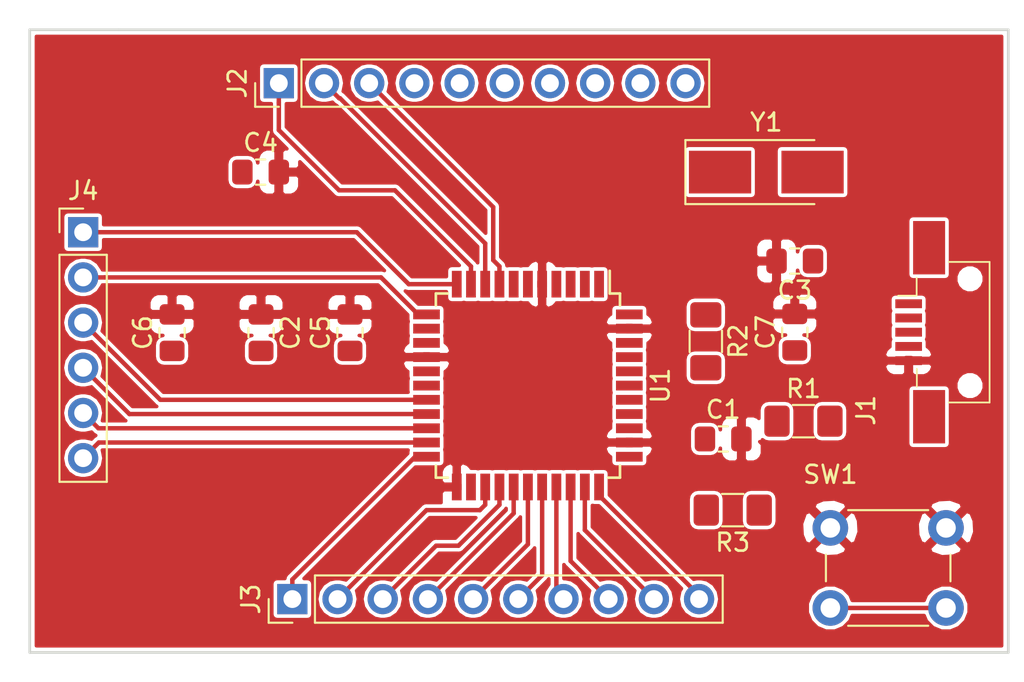
<source format=kicad_pcb>
(kicad_pcb (version 20171130) (host pcbnew 5.0.2+dfsg1-1)

  (general
    (thickness 1.6)
    (drawings 5)
    (tracks 57)
    (zones 0)
    (modules 17)
    (nets 40)
  )

  (page A4)
  (layers
    (0 F.Cu signal)
    (31 B.Cu signal)
    (32 B.Adhes user)
    (33 F.Adhes user)
    (34 B.Paste user)
    (35 F.Paste user)
    (36 B.SilkS user)
    (37 F.SilkS user)
    (38 B.Mask user)
    (39 F.Mask user)
    (40 Dwgs.User user)
    (41 Cmts.User user)
    (42 Eco1.User user)
    (43 Eco2.User user)
    (44 Edge.Cuts user)
    (45 Margin user)
    (46 B.CrtYd user)
    (47 F.CrtYd user)
    (48 B.Fab user)
    (49 F.Fab user)
  )

  (setup
    (last_trace_width 0.25)
    (trace_clearance 0.2)
    (zone_clearance 0.508)
    (zone_45_only no)
    (trace_min 0.2)
    (segment_width 0.2)
    (edge_width 0.15)
    (via_size 0.8)
    (via_drill 0.4)
    (via_min_size 0.4)
    (via_min_drill 0.3)
    (uvia_size 0.3)
    (uvia_drill 0.1)
    (uvias_allowed no)
    (uvia_min_size 0.2)
    (uvia_min_drill 0.1)
    (pcb_text_width 0.3)
    (pcb_text_size 1.5 1.5)
    (mod_edge_width 0.15)
    (mod_text_size 1 1)
    (mod_text_width 0.15)
    (pad_size 1.524 1.524)
    (pad_drill 0.762)
    (pad_to_mask_clearance 0.051)
    (solder_mask_min_width 0.25)
    (aux_axis_origin 0 0)
    (visible_elements FFFFFF7F)
    (pcbplotparams
      (layerselection 0x010fc_ffffffff)
      (usegerberextensions false)
      (usegerberattributes false)
      (usegerberadvancedattributes false)
      (creategerberjobfile false)
      (excludeedgelayer true)
      (linewidth 0.100000)
      (plotframeref false)
      (viasonmask false)
      (mode 1)
      (useauxorigin false)
      (hpglpennumber 1)
      (hpglpenspeed 20)
      (hpglpendiameter 15.000000)
      (psnegative false)
      (psa4output false)
      (plotreference true)
      (plotvalue true)
      (plotinvisibletext false)
      (padsonsilk false)
      (subtractmaskfromsilk false)
      (outputformat 1)
      (mirror false)
      (drillshape 0)
      (scaleselection 1)
      (outputdirectory "gerders/"))
  )

  (net 0 "")
  (net 1 "Net-(R2-Pad1)")
  (net 2 "Net-(J1-Pad2)")
  (net 3 "Net-(J1-Pad3)")
  (net 4 "Net-(R1-Pad1)")
  (net 5 +5V)
  (net 6 "Net-(C1-Pad1)")
  (net 7 GND)
  (net 8 "Net-(C4-Pad1)")
  (net 9 "Net-(C3-Pad1)")
  (net 10 "Net-(C2-Pad2)")
  (net 11 "Net-(U1-Pad42)")
  (net 12 "Net-(J1-Pad4)")
  (net 13 "Net-(J1-Pad6)")
  (net 14 Pino8)
  (net 15 Pino9)
  (net 16 Pino10)
  (net 17 Pino11)
  (net 18 Pino12)
  (net 19 Pino18)
  (net 20 Pino19)
  (net 21 Pino20)
  (net 22 Pino21)
  (net 23 Pino22)
  (net 24 Pino25)
  (net 25 Pino26)
  (net 26 Pino27)
  (net 27 Pino28)
  (net 28 Pino29)
  (net 29 Pino30)
  (net 30 Pino31)
  (net 31 Pino32)
  (net 32 Pino36)
  (net 33 Pino37)
  (net 34 Pino38)
  (net 35 Pino39)
  (net 36 Pino40)
  (net 37 Pino41)
  (net 38 Pino1)
  (net 39 Pino33)

  (net_class Default "Esta é a classe de rede padrão."
    (clearance 0.2)
    (trace_width 0.25)
    (via_dia 0.8)
    (via_drill 0.4)
    (uvia_dia 0.3)
    (uvia_drill 0.1)
    (add_net +5V)
    (add_net GND)
    (add_net "Net-(C1-Pad1)")
    (add_net "Net-(C2-Pad2)")
    (add_net "Net-(C3-Pad1)")
    (add_net "Net-(C4-Pad1)")
    (add_net "Net-(J1-Pad2)")
    (add_net "Net-(J1-Pad3)")
    (add_net "Net-(J1-Pad4)")
    (add_net "Net-(J1-Pad6)")
    (add_net "Net-(R1-Pad1)")
    (add_net "Net-(R2-Pad1)")
    (add_net "Net-(U1-Pad42)")
    (add_net Pino1)
    (add_net Pino10)
    (add_net Pino11)
    (add_net Pino12)
    (add_net Pino18)
    (add_net Pino19)
    (add_net Pino20)
    (add_net Pino21)
    (add_net Pino22)
    (add_net Pino25)
    (add_net Pino26)
    (add_net Pino27)
    (add_net Pino28)
    (add_net Pino29)
    (add_net Pino30)
    (add_net Pino31)
    (add_net Pino32)
    (add_net Pino33)
    (add_net Pino36)
    (add_net Pino37)
    (add_net Pino38)
    (add_net Pino39)
    (add_net Pino40)
    (add_net Pino41)
    (add_net Pino8)
    (add_net Pino9)
  )

  (module Button_Switch_THT:SW_PUSH_6mm (layer F.Cu) (tedit 5A02FE31) (tstamp 5D870220)
    (at 115 88)
    (descr https://www.omron.com/ecb/products/pdf/en-b3f.pdf)
    (tags "tact sw push 6mm")
    (path /5D7AB198)
    (fp_text reference SW1 (at 0 -3) (layer F.SilkS)
      (effects (font (size 1 1) (thickness 0.15)))
    )
    (fp_text value SW_Push (at 3.75 6.7) (layer F.Fab)
      (effects (font (size 1 1) (thickness 0.15)))
    )
    (fp_text user %R (at 3.25 2.25) (layer F.Fab)
      (effects (font (size 1 1) (thickness 0.15)))
    )
    (fp_line (start 3.25 -0.75) (end 6.25 -0.75) (layer F.Fab) (width 0.1))
    (fp_line (start 6.25 -0.75) (end 6.25 5.25) (layer F.Fab) (width 0.1))
    (fp_line (start 6.25 5.25) (end 0.25 5.25) (layer F.Fab) (width 0.1))
    (fp_line (start 0.25 5.25) (end 0.25 -0.75) (layer F.Fab) (width 0.1))
    (fp_line (start 0.25 -0.75) (end 3.25 -0.75) (layer F.Fab) (width 0.1))
    (fp_line (start 7.75 6) (end 8 6) (layer F.CrtYd) (width 0.05))
    (fp_line (start 8 6) (end 8 5.75) (layer F.CrtYd) (width 0.05))
    (fp_line (start 7.75 -1.5) (end 8 -1.5) (layer F.CrtYd) (width 0.05))
    (fp_line (start 8 -1.5) (end 8 -1.25) (layer F.CrtYd) (width 0.05))
    (fp_line (start -1.5 -1.25) (end -1.5 -1.5) (layer F.CrtYd) (width 0.05))
    (fp_line (start -1.5 -1.5) (end -1.25 -1.5) (layer F.CrtYd) (width 0.05))
    (fp_line (start -1.5 5.75) (end -1.5 6) (layer F.CrtYd) (width 0.05))
    (fp_line (start -1.5 6) (end -1.25 6) (layer F.CrtYd) (width 0.05))
    (fp_line (start -1.25 -1.5) (end 7.75 -1.5) (layer F.CrtYd) (width 0.05))
    (fp_line (start -1.5 5.75) (end -1.5 -1.25) (layer F.CrtYd) (width 0.05))
    (fp_line (start 7.75 6) (end -1.25 6) (layer F.CrtYd) (width 0.05))
    (fp_line (start 8 -1.25) (end 8 5.75) (layer F.CrtYd) (width 0.05))
    (fp_line (start 1 5.5) (end 5.5 5.5) (layer F.SilkS) (width 0.12))
    (fp_line (start -0.25 1.5) (end -0.25 3) (layer F.SilkS) (width 0.12))
    (fp_line (start 5.5 -1) (end 1 -1) (layer F.SilkS) (width 0.12))
    (fp_line (start 6.75 3) (end 6.75 1.5) (layer F.SilkS) (width 0.12))
    (fp_circle (center 3.25 2.25) (end 1.25 2.5) (layer F.Fab) (width 0.1))
    (pad 2 thru_hole circle (at 0 4.5 90) (size 2 2) (drill 1.1) (layers *.Cu *.Mask)
      (net 6 "Net-(C1-Pad1)"))
    (pad 1 thru_hole circle (at 0 0 90) (size 2 2) (drill 1.1) (layers *.Cu *.Mask)
      (net 7 GND))
    (pad 2 thru_hole circle (at 6.5 4.5 90) (size 2 2) (drill 1.1) (layers *.Cu *.Mask)
      (net 6 "Net-(C1-Pad1)"))
    (pad 1 thru_hole circle (at 6.5 0 90) (size 2 2) (drill 1.1) (layers *.Cu *.Mask)
      (net 7 GND))
    (model ${KISYS3DMOD}/Button_Switch_THT.3dshapes/SW_PUSH_6mm.wrl
      (at (xyz 0 0 0))
      (scale (xyz 1 1 1))
      (rotate (xyz 0 0 0))
    )
  )

  (module Capacitor_SMD:C_0805_2012Metric_Pad1.15x1.40mm_HandSolder (layer F.Cu) (tedit 5B36C52B) (tstamp 5D870201)
    (at 83 77.025 270)
    (descr "Capacitor SMD 0805 (2012 Metric), square (rectangular) end terminal, IPC_7351 nominal with elongated pad for handsoldering. (Body size source: https://docs.google.com/spreadsheets/d/1BsfQQcO9C6DZCsRaXUlFlo91Tg2WpOkGARC1WS5S8t0/edit?usp=sharing), generated with kicad-footprint-generator")
    (tags "capacitor handsolder")
    (path /5D7A593F)
    (attr smd)
    (fp_text reference C2 (at 0 -1.65 270) (layer F.SilkS)
      (effects (font (size 1 1) (thickness 0.15)))
    )
    (fp_text value 15p (at 0 1.65 270) (layer F.Fab)
      (effects (font (size 1 1) (thickness 0.15)))
    )
    (fp_line (start -1 0.6) (end -1 -0.6) (layer F.Fab) (width 0.1))
    (fp_line (start -1 -0.6) (end 1 -0.6) (layer F.Fab) (width 0.1))
    (fp_line (start 1 -0.6) (end 1 0.6) (layer F.Fab) (width 0.1))
    (fp_line (start 1 0.6) (end -1 0.6) (layer F.Fab) (width 0.1))
    (fp_line (start -0.261252 -0.71) (end 0.261252 -0.71) (layer F.SilkS) (width 0.12))
    (fp_line (start -0.261252 0.71) (end 0.261252 0.71) (layer F.SilkS) (width 0.12))
    (fp_line (start -1.85 0.95) (end -1.85 -0.95) (layer F.CrtYd) (width 0.05))
    (fp_line (start -1.85 -0.95) (end 1.85 -0.95) (layer F.CrtYd) (width 0.05))
    (fp_line (start 1.85 -0.95) (end 1.85 0.95) (layer F.CrtYd) (width 0.05))
    (fp_line (start 1.85 0.95) (end -1.85 0.95) (layer F.CrtYd) (width 0.05))
    (fp_text user %R (at 0 0 270) (layer F.Fab)
      (effects (font (size 0.5 0.5) (thickness 0.08)))
    )
    (pad 1 smd roundrect (at -1.025 0 270) (size 1.15 1.4) (layers F.Cu F.Paste F.Mask) (roundrect_rratio 0.217391)
      (net 7 GND))
    (pad 2 smd roundrect (at 1.025 0 270) (size 1.15 1.4) (layers F.Cu F.Paste F.Mask) (roundrect_rratio 0.217391)
      (net 10 "Net-(C2-Pad2)"))
    (model ${KISYS3DMOD}/Capacitor_SMD.3dshapes/C_0805_2012Metric.wrl
      (at (xyz 0 0 0))
      (scale (xyz 1 1 1))
      (rotate (xyz 0 0 0))
    )
  )

  (module Capacitor_SMD:C_0805_2012Metric_Pad1.15x1.40mm_HandSolder (layer F.Cu) (tedit 5B36C52B) (tstamp 5D7A920F)
    (at 113 73 180)
    (descr "Capacitor SMD 0805 (2012 Metric), square (rectangular) end terminal, IPC_7351 nominal with elongated pad for handsoldering. (Body size source: https://docs.google.com/spreadsheets/d/1BsfQQcO9C6DZCsRaXUlFlo91Tg2WpOkGARC1WS5S8t0/edit?usp=sharing), generated with kicad-footprint-generator")
    (tags "capacitor handsolder")
    (path /5D7A5A15)
    (attr smd)
    (fp_text reference C3 (at 0 -1.65 180) (layer F.SilkS)
      (effects (font (size 1 1) (thickness 0.15)))
    )
    (fp_text value 15p (at 0 1.65 180) (layer F.Fab)
      (effects (font (size 1 1) (thickness 0.15)))
    )
    (fp_text user %R (at 0 0 180) (layer F.Fab)
      (effects (font (size 0.5 0.5) (thickness 0.08)))
    )
    (fp_line (start 1.85 0.95) (end -1.85 0.95) (layer F.CrtYd) (width 0.05))
    (fp_line (start 1.85 -0.95) (end 1.85 0.95) (layer F.CrtYd) (width 0.05))
    (fp_line (start -1.85 -0.95) (end 1.85 -0.95) (layer F.CrtYd) (width 0.05))
    (fp_line (start -1.85 0.95) (end -1.85 -0.95) (layer F.CrtYd) (width 0.05))
    (fp_line (start -0.261252 0.71) (end 0.261252 0.71) (layer F.SilkS) (width 0.12))
    (fp_line (start -0.261252 -0.71) (end 0.261252 -0.71) (layer F.SilkS) (width 0.12))
    (fp_line (start 1 0.6) (end -1 0.6) (layer F.Fab) (width 0.1))
    (fp_line (start 1 -0.6) (end 1 0.6) (layer F.Fab) (width 0.1))
    (fp_line (start -1 -0.6) (end 1 -0.6) (layer F.Fab) (width 0.1))
    (fp_line (start -1 0.6) (end -1 -0.6) (layer F.Fab) (width 0.1))
    (pad 2 smd roundrect (at 1.025 0 180) (size 1.15 1.4) (layers F.Cu F.Paste F.Mask) (roundrect_rratio 0.217391)
      (net 7 GND))
    (pad 1 smd roundrect (at -1.025 0 180) (size 1.15 1.4) (layers F.Cu F.Paste F.Mask) (roundrect_rratio 0.217391)
      (net 9 "Net-(C3-Pad1)"))
    (model ${KISYS3DMOD}/Capacitor_SMD.3dshapes/C_0805_2012Metric.wrl
      (at (xyz 0 0 0))
      (scale (xyz 1 1 1))
      (rotate (xyz 0 0 0))
    )
  )

  (module Capacitor_SMD:C_0805_2012Metric_Pad1.15x1.40mm_HandSolder (layer F.Cu) (tedit 5B36C52B) (tstamp 5D8701DF)
    (at 82.975 68)
    (descr "Capacitor SMD 0805 (2012 Metric), square (rectangular) end terminal, IPC_7351 nominal with elongated pad for handsoldering. (Body size source: https://docs.google.com/spreadsheets/d/1BsfQQcO9C6DZCsRaXUlFlo91Tg2WpOkGARC1WS5S8t0/edit?usp=sharing), generated with kicad-footprint-generator")
    (tags "capacitor handsolder")
    (path /5D7A88D1)
    (attr smd)
    (fp_text reference C4 (at 0 -1.65) (layer F.SilkS)
      (effects (font (size 1 1) (thickness 0.15)))
    )
    (fp_text value 1u (at 0 1.65) (layer F.Fab)
      (effects (font (size 1 1) (thickness 0.15)))
    )
    (fp_line (start -1 0.6) (end -1 -0.6) (layer F.Fab) (width 0.1))
    (fp_line (start -1 -0.6) (end 1 -0.6) (layer F.Fab) (width 0.1))
    (fp_line (start 1 -0.6) (end 1 0.6) (layer F.Fab) (width 0.1))
    (fp_line (start 1 0.6) (end -1 0.6) (layer F.Fab) (width 0.1))
    (fp_line (start -0.261252 -0.71) (end 0.261252 -0.71) (layer F.SilkS) (width 0.12))
    (fp_line (start -0.261252 0.71) (end 0.261252 0.71) (layer F.SilkS) (width 0.12))
    (fp_line (start -1.85 0.95) (end -1.85 -0.95) (layer F.CrtYd) (width 0.05))
    (fp_line (start -1.85 -0.95) (end 1.85 -0.95) (layer F.CrtYd) (width 0.05))
    (fp_line (start 1.85 -0.95) (end 1.85 0.95) (layer F.CrtYd) (width 0.05))
    (fp_line (start 1.85 0.95) (end -1.85 0.95) (layer F.CrtYd) (width 0.05))
    (fp_text user %R (at 0 0) (layer F.Fab)
      (effects (font (size 0.5 0.5) (thickness 0.08)))
    )
    (pad 1 smd roundrect (at -1.025 0) (size 1.15 1.4) (layers F.Cu F.Paste F.Mask) (roundrect_rratio 0.217391)
      (net 8 "Net-(C4-Pad1)"))
    (pad 2 smd roundrect (at 1.025 0) (size 1.15 1.4) (layers F.Cu F.Paste F.Mask) (roundrect_rratio 0.217391)
      (net 7 GND))
    (model ${KISYS3DMOD}/Capacitor_SMD.3dshapes/C_0805_2012Metric.wrl
      (at (xyz 0 0 0))
      (scale (xyz 1 1 1))
      (rotate (xyz 0 0 0))
    )
  )

  (module Capacitor_SMD:C_0805_2012Metric_Pad1.15x1.40mm_HandSolder (layer F.Cu) (tedit 5B36C52B) (tstamp 5D8701CE)
    (at 88 77.025 90)
    (descr "Capacitor SMD 0805 (2012 Metric), square (rectangular) end terminal, IPC_7351 nominal with elongated pad for handsoldering. (Body size source: https://docs.google.com/spreadsheets/d/1BsfQQcO9C6DZCsRaXUlFlo91Tg2WpOkGARC1WS5S8t0/edit?usp=sharing), generated with kicad-footprint-generator")
    (tags "capacitor handsolder")
    (path /5D7A8FE1)
    (attr smd)
    (fp_text reference C5 (at 0 -1.65 90) (layer F.SilkS)
      (effects (font (size 1 1) (thickness 0.15)))
    )
    (fp_text value 1u (at 0 1.65 90) (layer F.Fab)
      (effects (font (size 1 1) (thickness 0.15)))
    )
    (fp_text user %R (at -0.245001 0 90) (layer F.Fab)
      (effects (font (size 0.5 0.5) (thickness 0.08)))
    )
    (fp_line (start 1.85 0.95) (end -1.85 0.95) (layer F.CrtYd) (width 0.05))
    (fp_line (start 1.85 -0.95) (end 1.85 0.95) (layer F.CrtYd) (width 0.05))
    (fp_line (start -1.85 -0.95) (end 1.85 -0.95) (layer F.CrtYd) (width 0.05))
    (fp_line (start -1.85 0.95) (end -1.85 -0.95) (layer F.CrtYd) (width 0.05))
    (fp_line (start -0.261252 0.71) (end 0.261252 0.71) (layer F.SilkS) (width 0.12))
    (fp_line (start -0.261252 -0.71) (end 0.261252 -0.71) (layer F.SilkS) (width 0.12))
    (fp_line (start 1 0.6) (end -1 0.6) (layer F.Fab) (width 0.1))
    (fp_line (start 1 -0.6) (end 1 0.6) (layer F.Fab) (width 0.1))
    (fp_line (start -1 -0.6) (end 1 -0.6) (layer F.Fab) (width 0.1))
    (fp_line (start -1 0.6) (end -1 -0.6) (layer F.Fab) (width 0.1))
    (pad 2 smd roundrect (at 1.025 0 90) (size 1.15 1.4) (layers F.Cu F.Paste F.Mask) (roundrect_rratio 0.217391)
      (net 7 GND))
    (pad 1 smd roundrect (at -1.025 0 90) (size 1.15 1.4) (layers F.Cu F.Paste F.Mask) (roundrect_rratio 0.217391)
      (net 5 +5V))
    (model ${KISYS3DMOD}/Capacitor_SMD.3dshapes/C_0805_2012Metric.wrl
      (at (xyz 0 0 0))
      (scale (xyz 1 1 1))
      (rotate (xyz 0 0 0))
    )
  )

  (module Capacitor_SMD:C_0805_2012Metric_Pad1.15x1.40mm_HandSolder (layer F.Cu) (tedit 5B36C52B) (tstamp 5D8701BD)
    (at 78 77.025 90)
    (descr "Capacitor SMD 0805 (2012 Metric), square (rectangular) end terminal, IPC_7351 nominal with elongated pad for handsoldering. (Body size source: https://docs.google.com/spreadsheets/d/1BsfQQcO9C6DZCsRaXUlFlo91Tg2WpOkGARC1WS5S8t0/edit?usp=sharing), generated with kicad-footprint-generator")
    (tags "capacitor handsolder")
    (path /5D7A9043)
    (attr smd)
    (fp_text reference C6 (at 0 -1.65 90) (layer F.SilkS)
      (effects (font (size 1 1) (thickness 0.15)))
    )
    (fp_text value 100n (at 0 1.65 90) (layer F.Fab)
      (effects (font (size 1 1) (thickness 0.15)))
    )
    (fp_line (start -1 0.6) (end -1 -0.6) (layer F.Fab) (width 0.1))
    (fp_line (start -1 -0.6) (end 1 -0.6) (layer F.Fab) (width 0.1))
    (fp_line (start 1 -0.6) (end 1 0.6) (layer F.Fab) (width 0.1))
    (fp_line (start 1 0.6) (end -1 0.6) (layer F.Fab) (width 0.1))
    (fp_line (start -0.261252 -0.71) (end 0.261252 -0.71) (layer F.SilkS) (width 0.12))
    (fp_line (start -0.261252 0.71) (end 0.261252 0.71) (layer F.SilkS) (width 0.12))
    (fp_line (start -1.85 0.95) (end -1.85 -0.95) (layer F.CrtYd) (width 0.05))
    (fp_line (start -1.85 -0.95) (end 1.85 -0.95) (layer F.CrtYd) (width 0.05))
    (fp_line (start 1.85 -0.95) (end 1.85 0.95) (layer F.CrtYd) (width 0.05))
    (fp_line (start 1.85 0.95) (end -1.85 0.95) (layer F.CrtYd) (width 0.05))
    (fp_text user %R (at 0 0 90) (layer F.Fab)
      (effects (font (size 0.5 0.5) (thickness 0.08)))
    )
    (pad 1 smd roundrect (at -1.025 0 90) (size 1.15 1.4) (layers F.Cu F.Paste F.Mask) (roundrect_rratio 0.217391)
      (net 5 +5V))
    (pad 2 smd roundrect (at 1.025 0 90) (size 1.15 1.4) (layers F.Cu F.Paste F.Mask) (roundrect_rratio 0.217391)
      (net 7 GND))
    (model ${KISYS3DMOD}/Capacitor_SMD.3dshapes/C_0805_2012Metric.wrl
      (at (xyz 0 0 0))
      (scale (xyz 1 1 1))
      (rotate (xyz 0 0 0))
    )
  )

  (module Capacitor_SMD:C_0805_2012Metric_Pad1.15x1.40mm_HandSolder (layer F.Cu) (tedit 5B36C52B) (tstamp 5D7A82F5)
    (at 113 77 90)
    (descr "Capacitor SMD 0805 (2012 Metric), square (rectangular) end terminal, IPC_7351 nominal with elongated pad for handsoldering. (Body size source: https://docs.google.com/spreadsheets/d/1BsfQQcO9C6DZCsRaXUlFlo91Tg2WpOkGARC1WS5S8t0/edit?usp=sharing), generated with kicad-footprint-generator")
    (tags "capacitor handsolder")
    (path /5D7A9089)
    (attr smd)
    (fp_text reference C7 (at 0 -1.65 90) (layer F.SilkS)
      (effects (font (size 1 1) (thickness 0.15)))
    )
    (fp_text value 100n (at 0 1.65 90) (layer F.Fab)
      (effects (font (size 1 1) (thickness 0.15)))
    )
    (fp_text user %R (at 0 0 90) (layer F.Fab)
      (effects (font (size 0.5 0.5) (thickness 0.08)))
    )
    (fp_line (start 1.85 0.95) (end -1.85 0.95) (layer F.CrtYd) (width 0.05))
    (fp_line (start 1.85 -0.95) (end 1.85 0.95) (layer F.CrtYd) (width 0.05))
    (fp_line (start -1.85 -0.95) (end 1.85 -0.95) (layer F.CrtYd) (width 0.05))
    (fp_line (start -1.85 0.95) (end -1.85 -0.95) (layer F.CrtYd) (width 0.05))
    (fp_line (start -0.261252 0.71) (end 0.261252 0.71) (layer F.SilkS) (width 0.12))
    (fp_line (start -0.261252 -0.71) (end 0.261252 -0.71) (layer F.SilkS) (width 0.12))
    (fp_line (start 1 0.6) (end -1 0.6) (layer F.Fab) (width 0.1))
    (fp_line (start 1 -0.6) (end 1 0.6) (layer F.Fab) (width 0.1))
    (fp_line (start -1 -0.6) (end 1 -0.6) (layer F.Fab) (width 0.1))
    (fp_line (start -1 0.6) (end -1 -0.6) (layer F.Fab) (width 0.1))
    (pad 2 smd roundrect (at 1.025 0 90) (size 1.15 1.4) (layers F.Cu F.Paste F.Mask) (roundrect_rratio 0.217391)
      (net 7 GND))
    (pad 1 smd roundrect (at -1.025 0 90) (size 1.15 1.4) (layers F.Cu F.Paste F.Mask) (roundrect_rratio 0.217391)
      (net 5 +5V))
    (model ${KISYS3DMOD}/Capacitor_SMD.3dshapes/C_0805_2012Metric.wrl
      (at (xyz 0 0 0))
      (scale (xyz 1 1 1))
      (rotate (xyz 0 0 0))
    )
  )

  (module Capacitor_SMD:C_0805_2012Metric_Pad1.15x1.40mm_HandSolder (layer F.Cu) (tedit 5B36C52B) (tstamp 5D87019B)
    (at 108.975 83)
    (descr "Capacitor SMD 0805 (2012 Metric), square (rectangular) end terminal, IPC_7351 nominal with elongated pad for handsoldering. (Body size source: https://docs.google.com/spreadsheets/d/1BsfQQcO9C6DZCsRaXUlFlo91Tg2WpOkGARC1WS5S8t0/edit?usp=sharing), generated with kicad-footprint-generator")
    (tags "capacitor handsolder")
    (path /5D7AC572)
    (attr smd)
    (fp_text reference C1 (at 0 -1.65) (layer F.SilkS)
      (effects (font (size 1 1) (thickness 0.15)))
    )
    (fp_text value 100n (at 0 1.65) (layer F.Fab)
      (effects (font (size 1 1) (thickness 0.15)))
    )
    (fp_line (start -1 0.6) (end -1 -0.6) (layer F.Fab) (width 0.1))
    (fp_line (start -1 -0.6) (end 1 -0.6) (layer F.Fab) (width 0.1))
    (fp_line (start 1 -0.6) (end 1 0.6) (layer F.Fab) (width 0.1))
    (fp_line (start 1 0.6) (end -1 0.6) (layer F.Fab) (width 0.1))
    (fp_line (start -0.261252 -0.71) (end 0.261252 -0.71) (layer F.SilkS) (width 0.12))
    (fp_line (start -0.261252 0.71) (end 0.261252 0.71) (layer F.SilkS) (width 0.12))
    (fp_line (start -1.85 0.95) (end -1.85 -0.95) (layer F.CrtYd) (width 0.05))
    (fp_line (start -1.85 -0.95) (end 1.85 -0.95) (layer F.CrtYd) (width 0.05))
    (fp_line (start 1.85 -0.95) (end 1.85 0.95) (layer F.CrtYd) (width 0.05))
    (fp_line (start 1.85 0.95) (end -1.85 0.95) (layer F.CrtYd) (width 0.05))
    (fp_text user %R (at 0 0) (layer F.Fab)
      (effects (font (size 0.5 0.5) (thickness 0.08)))
    )
    (pad 1 smd roundrect (at -1.025 0) (size 1.15 1.4) (layers F.Cu F.Paste F.Mask) (roundrect_rratio 0.217391)
      (net 6 "Net-(C1-Pad1)"))
    (pad 2 smd roundrect (at 1.025 0) (size 1.15 1.4) (layers F.Cu F.Paste F.Mask) (roundrect_rratio 0.217391)
      (net 7 GND))
    (model ${KISYS3DMOD}/Capacitor_SMD.3dshapes/C_0805_2012Metric.wrl
      (at (xyz 0 0 0))
      (scale (xyz 1 1 1))
      (rotate (xyz 0 0 0))
    )
  )

  (module Connector_PinHeader_2.54mm:PinHeader_1x06_P2.54mm_Vertical (layer F.Cu) (tedit 59FED5CC) (tstamp 5D87018A)
    (at 73 71.38)
    (descr "Through hole straight pin header, 1x06, 2.54mm pitch, single row")
    (tags "Through hole pin header THT 1x06 2.54mm single row")
    (path /5D7C54FC)
    (fp_text reference J4 (at 0 -2.33) (layer F.SilkS)
      (effects (font (size 1 1) (thickness 0.15)))
    )
    (fp_text value Conn_01x06 (at 0 15.03) (layer F.Fab)
      (effects (font (size 1 1) (thickness 0.15)))
    )
    (fp_line (start -0.635 -1.27) (end 1.27 -1.27) (layer F.Fab) (width 0.1))
    (fp_line (start 1.27 -1.27) (end 1.27 13.97) (layer F.Fab) (width 0.1))
    (fp_line (start 1.27 13.97) (end -1.27 13.97) (layer F.Fab) (width 0.1))
    (fp_line (start -1.27 13.97) (end -1.27 -0.635) (layer F.Fab) (width 0.1))
    (fp_line (start -1.27 -0.635) (end -0.635 -1.27) (layer F.Fab) (width 0.1))
    (fp_line (start -1.33 14.03) (end 1.33 14.03) (layer F.SilkS) (width 0.12))
    (fp_line (start -1.33 1.27) (end -1.33 14.03) (layer F.SilkS) (width 0.12))
    (fp_line (start 1.33 1.27) (end 1.33 14.03) (layer F.SilkS) (width 0.12))
    (fp_line (start -1.33 1.27) (end 1.33 1.27) (layer F.SilkS) (width 0.12))
    (fp_line (start -1.33 0) (end -1.33 -1.33) (layer F.SilkS) (width 0.12))
    (fp_line (start -1.33 -1.33) (end 0 -1.33) (layer F.SilkS) (width 0.12))
    (fp_line (start -1.8 -1.8) (end -1.8 14.5) (layer F.CrtYd) (width 0.05))
    (fp_line (start -1.8 14.5) (end 1.8 14.5) (layer F.CrtYd) (width 0.05))
    (fp_line (start 1.8 14.5) (end 1.8 -1.8) (layer F.CrtYd) (width 0.05))
    (fp_line (start 1.8 -1.8) (end -1.8 -1.8) (layer F.CrtYd) (width 0.05))
    (fp_text user %R (at 0 6.35 90) (layer F.Fab)
      (effects (font (size 1 1) (thickness 0.15)))
    )
    (pad 1 thru_hole rect (at 0 0) (size 1.7 1.7) (drill 1) (layers *.Cu *.Mask)
      (net 17 Pino11))
    (pad 2 thru_hole oval (at 0 2.54) (size 1.7 1.7) (drill 1) (layers *.Cu *.Mask)
      (net 18 Pino12))
    (pad 3 thru_hole oval (at 0 5.08) (size 1.7 1.7) (drill 1) (layers *.Cu *.Mask)
      (net 19 Pino18))
    (pad 4 thru_hole oval (at 0 7.62) (size 1.7 1.7) (drill 1) (layers *.Cu *.Mask)
      (net 20 Pino19))
    (pad 5 thru_hole oval (at 0 10.16) (size 1.7 1.7) (drill 1) (layers *.Cu *.Mask)
      (net 21 Pino20))
    (pad 6 thru_hole oval (at 0 12.7) (size 1.7 1.7) (drill 1) (layers *.Cu *.Mask)
      (net 22 Pino21))
    (model ${KISYS3DMOD}/Connector_PinHeader_2.54mm.3dshapes/PinHeader_1x06_P2.54mm_Vertical.wrl
      (at (xyz 0 0 0))
      (scale (xyz 1 1 1))
      (rotate (xyz 0 0 0))
    )
  )

  (module Connector_PinHeader_2.54mm:PinHeader_1x10_P2.54mm_Vertical (layer F.Cu) (tedit 59FED5CC) (tstamp 5D870170)
    (at 84.76 92 90)
    (descr "Through hole straight pin header, 1x10, 2.54mm pitch, single row")
    (tags "Through hole pin header THT 1x10 2.54mm single row")
    (path /5D7BB060)
    (fp_text reference J3 (at 0 -2.33 90) (layer F.SilkS)
      (effects (font (size 1 1) (thickness 0.15)))
    )
    (fp_text value Conn_01x10 (at 0 25.19 90) (layer F.Fab)
      (effects (font (size 1 1) (thickness 0.15)))
    )
    (fp_text user %R (at 1 12.7 180) (layer F.Fab)
      (effects (font (size 1 1) (thickness 0.15)))
    )
    (fp_line (start 1.8 -1.8) (end -1.8 -1.8) (layer F.CrtYd) (width 0.05))
    (fp_line (start 1.8 24.65) (end 1.8 -1.8) (layer F.CrtYd) (width 0.05))
    (fp_line (start -1.8 24.65) (end 1.8 24.65) (layer F.CrtYd) (width 0.05))
    (fp_line (start -1.8 -1.8) (end -1.8 24.65) (layer F.CrtYd) (width 0.05))
    (fp_line (start -1.33 -1.33) (end 0 -1.33) (layer F.SilkS) (width 0.12))
    (fp_line (start -1.33 0) (end -1.33 -1.33) (layer F.SilkS) (width 0.12))
    (fp_line (start -1.33 1.27) (end 1.33 1.27) (layer F.SilkS) (width 0.12))
    (fp_line (start 1.33 1.27) (end 1.33 24.19) (layer F.SilkS) (width 0.12))
    (fp_line (start -1.33 1.27) (end -1.33 24.19) (layer F.SilkS) (width 0.12))
    (fp_line (start -1.33 24.19) (end 1.33 24.19) (layer F.SilkS) (width 0.12))
    (fp_line (start -1.27 -0.635) (end -0.635 -1.27) (layer F.Fab) (width 0.1))
    (fp_line (start -1.27 24.13) (end -1.27 -0.635) (layer F.Fab) (width 0.1))
    (fp_line (start 1.27 24.13) (end -1.27 24.13) (layer F.Fab) (width 0.1))
    (fp_line (start 1.27 -1.27) (end 1.27 24.13) (layer F.Fab) (width 0.1))
    (fp_line (start -0.635 -1.27) (end 1.27 -1.27) (layer F.Fab) (width 0.1))
    (pad 10 thru_hole oval (at 0 22.86 90) (size 1.7 1.7) (drill 1) (layers *.Cu *.Mask)
      (net 39 Pino33))
    (pad 9 thru_hole oval (at 0 20.32 90) (size 1.7 1.7) (drill 1) (layers *.Cu *.Mask)
      (net 31 Pino32))
    (pad 8 thru_hole oval (at 0 17.78 90) (size 1.7 1.7) (drill 1) (layers *.Cu *.Mask)
      (net 30 Pino31))
    (pad 7 thru_hole oval (at 0 15.24 90) (size 1.7 1.7) (drill 1) (layers *.Cu *.Mask)
      (net 29 Pino30))
    (pad 6 thru_hole oval (at 0 12.7 90) (size 1.7 1.7) (drill 1) (layers *.Cu *.Mask)
      (net 28 Pino29))
    (pad 5 thru_hole oval (at 0 10.16 90) (size 1.7 1.7) (drill 1) (layers *.Cu *.Mask)
      (net 27 Pino28))
    (pad 4 thru_hole oval (at 0 7.62 90) (size 1.7 1.7) (drill 1) (layers *.Cu *.Mask)
      (net 26 Pino27))
    (pad 3 thru_hole oval (at 0 5.08 90) (size 1.7 1.7) (drill 1) (layers *.Cu *.Mask)
      (net 25 Pino26))
    (pad 2 thru_hole oval (at 0 2.54 90) (size 1.7 1.7) (drill 1) (layers *.Cu *.Mask)
      (net 24 Pino25))
    (pad 1 thru_hole rect (at 0 0 90) (size 1.7 1.7) (drill 1) (layers *.Cu *.Mask)
      (net 23 Pino22))
    (model ${KISYS3DMOD}/Connector_PinHeader_2.54mm.3dshapes/PinHeader_1x10_P2.54mm_Vertical.wrl
      (at (xyz 0 0 0))
      (scale (xyz 1 1 1))
      (rotate (xyz 0 0 0))
    )
  )

  (module Connector_PinHeader_2.54mm:PinHeader_1x10_P2.54mm_Vertical (layer F.Cu) (tedit 59FED5CC) (tstamp 5D870152)
    (at 84 63 90)
    (descr "Through hole straight pin header, 1x10, 2.54mm pitch, single row")
    (tags "Through hole pin header THT 1x10 2.54mm single row")
    (path /5D7B5850)
    (fp_text reference J2 (at 0 -2.33 90) (layer F.SilkS)
      (effects (font (size 1 1) (thickness 0.15)))
    )
    (fp_text value Conn_01x10 (at 0 25.19 90) (layer F.Fab)
      (effects (font (size 1 1) (thickness 0.15)))
    )
    (fp_line (start -0.635 -1.27) (end 1.27 -1.27) (layer F.Fab) (width 0.1))
    (fp_line (start 1.27 -1.27) (end 1.27 24.13) (layer F.Fab) (width 0.1))
    (fp_line (start 1.27 24.13) (end -1.27 24.13) (layer F.Fab) (width 0.1))
    (fp_line (start -1.27 24.13) (end -1.27 -0.635) (layer F.Fab) (width 0.1))
    (fp_line (start -1.27 -0.635) (end -0.635 -1.27) (layer F.Fab) (width 0.1))
    (fp_line (start -1.33 24.19) (end 1.33 24.19) (layer F.SilkS) (width 0.12))
    (fp_line (start -1.33 1.27) (end -1.33 24.19) (layer F.SilkS) (width 0.12))
    (fp_line (start 1.33 1.27) (end 1.33 24.19) (layer F.SilkS) (width 0.12))
    (fp_line (start -1.33 1.27) (end 1.33 1.27) (layer F.SilkS) (width 0.12))
    (fp_line (start -1.33 0) (end -1.33 -1.33) (layer F.SilkS) (width 0.12))
    (fp_line (start -1.33 -1.33) (end 0 -1.33) (layer F.SilkS) (width 0.12))
    (fp_line (start -1.8 -1.8) (end -1.8 24.65) (layer F.CrtYd) (width 0.05))
    (fp_line (start -1.8 24.65) (end 1.8 24.65) (layer F.CrtYd) (width 0.05))
    (fp_line (start 1.8 24.65) (end 1.8 -1.8) (layer F.CrtYd) (width 0.05))
    (fp_line (start 1.8 -1.8) (end -1.8 -1.8) (layer F.CrtYd) (width 0.05))
    (fp_text user %R (at 0 11.43 180) (layer F.Fab)
      (effects (font (size 1 1) (thickness 0.15)))
    )
    (pad 1 thru_hole rect (at 0 0 90) (size 1.7 1.7) (drill 1) (layers *.Cu *.Mask)
      (net 16 Pino10))
    (pad 2 thru_hole oval (at 0 2.54 90) (size 1.7 1.7) (drill 1) (layers *.Cu *.Mask)
      (net 15 Pino9))
    (pad 3 thru_hole oval (at 0 5.08 90) (size 1.7 1.7) (drill 1) (layers *.Cu *.Mask)
      (net 14 Pino8))
    (pad 4 thru_hole oval (at 0 7.62 90) (size 1.7 1.7) (drill 1) (layers *.Cu *.Mask)
      (net 37 Pino41))
    (pad 5 thru_hole oval (at 0 10.16 90) (size 1.7 1.7) (drill 1) (layers *.Cu *.Mask)
      (net 36 Pino40))
    (pad 6 thru_hole oval (at 0 12.7 90) (size 1.7 1.7) (drill 1) (layers *.Cu *.Mask)
      (net 35 Pino39))
    (pad 7 thru_hole oval (at 0 15.24 90) (size 1.7 1.7) (drill 1) (layers *.Cu *.Mask)
      (net 34 Pino38))
    (pad 8 thru_hole oval (at 0 17.78 90) (size 1.7 1.7) (drill 1) (layers *.Cu *.Mask)
      (net 33 Pino37))
    (pad 9 thru_hole oval (at 0 20.32 90) (size 1.7 1.7) (drill 1) (layers *.Cu *.Mask)
      (net 32 Pino36))
    (pad 10 thru_hole oval (at 0 22.86 90) (size 1.7 1.7) (drill 1) (layers *.Cu *.Mask)
      (net 38 Pino1))
    (model ${KISYS3DMOD}/Connector_PinHeader_2.54mm.3dshapes/PinHeader_1x10_P2.54mm_Vertical.wrl
      (at (xyz 0 0 0))
      (scale (xyz 1 1 1))
      (rotate (xyz 0 0 0))
    )
  )

  (module Connector_USB:USB_Mini-B_AdamTech_MUSB-B5-S-VT-TSMT-1_SMD_Vertical (layer F.Cu) (tedit 5B6C3FF0) (tstamp 5D870134)
    (at 121 77)
    (descr http://www.adam-tech.com/upload/MUSB-B5-S-VT-TSMT-1.pdf)
    (tags "USB Mini-B")
    (path /5D7A3DE3)
    (attr smd)
    (fp_text reference J1 (at -4 4.39 90) (layer F.SilkS)
      (effects (font (size 1 1) (thickness 0.15)))
    )
    (fp_text value USB_B_Micro (at 0 7.58) (layer F.Fab)
      (effects (font (size 1 1) (thickness 0.15)))
    )
    (fp_line (start -2.85 -6.75) (end 3.35 -6.75) (layer F.CrtYd) (width 0.05))
    (fp_line (start 3.35 -6.75) (end 3.35 6.75) (layer F.CrtYd) (width 0.05))
    (fp_line (start 3.35 6.75) (end -2.85 6.75) (layer F.CrtYd) (width 0.05))
    (fp_line (start -2.85 6.75) (end -2.85 -6.75) (layer F.CrtYd) (width 0.05))
    (fp_text user %R (at 0.49 0.015 90) (layer F.Fab)
      (effects (font (size 1 1) (thickness 0.15)))
    )
    (fp_line (start 2.85 3.85) (end 2.85 -3.85) (layer F.Fab) (width 0.1))
    (fp_line (start 2.85 -3.85) (end -1.05 -3.85) (layer F.Fab) (width 0.1))
    (fp_line (start -1.05 3.85) (end 2.85 3.85) (layer F.Fab) (width 0.1))
    (fp_line (start -1.05 -5.85) (end -1.05 5.85) (layer F.Fab) (width 0.1))
    (fp_line (start -1.05 5.85) (end 0.2 5.85) (layer F.Fab) (width 0.1))
    (fp_line (start 0.2 5.85) (end 0.2 3.85) (layer F.Fab) (width 0.1))
    (fp_line (start -1.05 -5.85) (end 0.2 -5.85) (layer F.Fab) (width 0.1))
    (fp_line (start 0.2 -5.85) (end 0.2 -3.85) (layer F.Fab) (width 0.1))
    (fp_line (start -1.15 -2.05) (end -1.15 -3.05) (layer F.SilkS) (width 0.1))
    (fp_line (start -2.2 -2.05) (end -1.15 -2.05) (layer F.SilkS) (width 0.1))
    (fp_line (start -1.138539 2.064476) (end -1.138539 3.064476) (layer F.SilkS) (width 0.1))
    (fp_line (start 0.65 3.95) (end 2.95 3.95) (layer F.SilkS) (width 0.1))
    (fp_line (start 2.95 3.95) (end 2.95 -3.95) (layer F.SilkS) (width 0.1))
    (fp_line (start 2.95 -3.95) (end 0.65 -3.95) (layer F.SilkS) (width 0.1))
    (fp_line (start -1.05 -1.85) (end -0.65 -1.6) (layer F.Fab) (width 0.1))
    (fp_line (start -0.65 -1.6) (end -1.05 -1.35) (layer F.Fab) (width 0.1))
    (pad "" np_thru_hole circle (at 1.85 3 90) (size 1 1) (drill 1) (layers *.Cu *.Mask))
    (pad "" np_thru_hole circle (at 1.85 -3 90) (size 1 1) (drill 1) (layers *.Cu *.Mask))
    (pad 5 smd rect (at -1.6 1.6 90) (size 0.5 1.5) (layers F.Cu F.Paste F.Mask)
      (net 7 GND))
    (pad 4 smd rect (at -1.6 0.8 90) (size 0.5 1.5) (layers F.Cu F.Paste F.Mask)
      (net 12 "Net-(J1-Pad4)"))
    (pad 3 smd rect (at -1.6 0 90) (size 0.5 1.5) (layers F.Cu F.Paste F.Mask)
      (net 3 "Net-(J1-Pad3)"))
    (pad 2 smd rect (at -1.6 -0.8 90) (size 0.5 1.5) (layers F.Cu F.Paste F.Mask)
      (net 2 "Net-(J1-Pad2)"))
    (pad 1 smd rect (at -1.6 -1.6 90) (size 0.5 1.5) (layers F.Cu F.Paste F.Mask)
      (net 5 +5V))
    (pad 6 smd rect (at -0.45 4.75 90) (size 3 1.8) (layers F.Cu F.Paste F.Mask)
      (net 13 "Net-(J1-Pad6)"))
    (pad 6 smd rect (at -0.45 -4.75 90) (size 3 1.8) (layers F.Cu F.Paste F.Mask)
      (net 13 "Net-(J1-Pad6)"))
    (model ${KISYS3DMOD}/Connector_USB.3dshapes/USB_Mini-B_AdamTech_MUSB-B5-S-VT-TSMT-1_SMD_Vertical.wrl
      (at (xyz 0 0 0))
      (scale (xyz 1 1 1))
      (rotate (xyz 0 0 0))
    )
  )

  (module Crystal:Crystal_SMD_5032-2Pin_5.0x3.2mm_HandSoldering (layer F.Cu) (tedit 5A0FD1B2) (tstamp 5D7A81B5)
    (at 111.4 68)
    (descr "SMD Crystal SERIES SMD2520/2 http://www.icbase.com/File/PDF/HKC/HKC00061008.pdf, hand-soldering, 5.0x3.2mm^2 package")
    (tags "SMD SMT crystal hand-soldering")
    (path /5D7A541D)
    (attr smd)
    (fp_text reference Y1 (at 0 -2.8) (layer F.SilkS)
      (effects (font (size 1 1) (thickness 0.15)))
    )
    (fp_text value 16MHz (at 0 2.8) (layer F.Fab)
      (effects (font (size 1 1) (thickness 0.15)))
    )
    (fp_text user %R (at 0 0) (layer F.Fab)
      (effects (font (size 1 1) (thickness 0.15)))
    )
    (fp_line (start -2.3 -1.6) (end 2.3 -1.6) (layer F.Fab) (width 0.1))
    (fp_line (start 2.3 -1.6) (end 2.5 -1.4) (layer F.Fab) (width 0.1))
    (fp_line (start 2.5 -1.4) (end 2.5 1.4) (layer F.Fab) (width 0.1))
    (fp_line (start 2.5 1.4) (end 2.3 1.6) (layer F.Fab) (width 0.1))
    (fp_line (start 2.3 1.6) (end -2.3 1.6) (layer F.Fab) (width 0.1))
    (fp_line (start -2.3 1.6) (end -2.5 1.4) (layer F.Fab) (width 0.1))
    (fp_line (start -2.5 1.4) (end -2.5 -1.4) (layer F.Fab) (width 0.1))
    (fp_line (start -2.5 -1.4) (end -2.3 -1.6) (layer F.Fab) (width 0.1))
    (fp_line (start -2.5 0.6) (end -1.5 1.6) (layer F.Fab) (width 0.1))
    (fp_line (start 2.7 -1.8) (end -4.55 -1.8) (layer F.SilkS) (width 0.12))
    (fp_line (start -4.55 -1.8) (end -4.55 1.8) (layer F.SilkS) (width 0.12))
    (fp_line (start -4.55 1.8) (end 2.7 1.8) (layer F.SilkS) (width 0.12))
    (fp_line (start -4.6 -1.9) (end -4.6 1.9) (layer F.CrtYd) (width 0.05))
    (fp_line (start -4.6 1.9) (end 4.6 1.9) (layer F.CrtYd) (width 0.05))
    (fp_line (start 4.6 1.9) (end 4.6 -1.9) (layer F.CrtYd) (width 0.05))
    (fp_line (start 4.6 -1.9) (end -4.6 -1.9) (layer F.CrtYd) (width 0.05))
    (fp_circle (center 0 0) (end 0.4 0) (layer F.Adhes) (width 0.1))
    (fp_circle (center 0 0) (end 0.333333 0) (layer F.Adhes) (width 0.133333))
    (fp_circle (center 0 0) (end 0.213333 0) (layer F.Adhes) (width 0.133333))
    (fp_circle (center 0 0) (end 0.093333 0) (layer F.Adhes) (width 0.186667))
    (pad 1 smd rect (at -2.6 0) (size 3.5 2.4) (layers F.Cu F.Paste F.Mask)
      (net 10 "Net-(C2-Pad2)"))
    (pad 2 smd rect (at 2.6 0) (size 3.5 2.4) (layers F.Cu F.Paste F.Mask)
      (net 9 "Net-(C3-Pad1)"))
    (model ${KISYS3DMOD}/Crystal.3dshapes/Crystal_SMD_5032-2Pin_5.0x3.2mm_HandSoldering.wrl
      (at (xyz 0 0 0))
      (scale (xyz 1 1 1))
      (rotate (xyz 0 0 0))
    )
  )

  (module Package_QFP:TQFP-44_10x10mm_P0.8mm (layer F.Cu) (tedit 5A02F146) (tstamp 5D7AA522)
    (at 98 80 270)
    (descr "44-Lead Plastic Thin Quad Flatpack (PT) - 10x10x1.0 mm Body [TQFP] (see Microchip Packaging Specification 00000049BS.pdf)")
    (tags "QFP 0.8")
    (path /5D7A3B59)
    (attr smd)
    (fp_text reference U1 (at 0 -7.45 270) (layer F.SilkS)
      (effects (font (size 1 1) (thickness 0.15)))
    )
    (fp_text value ATmega32U4-AU (at 0 7.45 270) (layer F.Fab)
      (effects (font (size 1 1) (thickness 0.15)))
    )
    (fp_text user %R (at 0 0 270) (layer F.Fab)
      (effects (font (size 1 1) (thickness 0.15)))
    )
    (fp_line (start -4 -5) (end 5 -5) (layer F.Fab) (width 0.15))
    (fp_line (start 5 -5) (end 5 5) (layer F.Fab) (width 0.15))
    (fp_line (start 5 5) (end -5 5) (layer F.Fab) (width 0.15))
    (fp_line (start -5 5) (end -5 -4) (layer F.Fab) (width 0.15))
    (fp_line (start -5 -4) (end -4 -5) (layer F.Fab) (width 0.15))
    (fp_line (start -6.7 -6.7) (end -6.7 6.7) (layer F.CrtYd) (width 0.05))
    (fp_line (start 6.7 -6.7) (end 6.7 6.7) (layer F.CrtYd) (width 0.05))
    (fp_line (start -6.7 -6.7) (end 6.7 -6.7) (layer F.CrtYd) (width 0.05))
    (fp_line (start -6.7 6.7) (end 6.7 6.7) (layer F.CrtYd) (width 0.05))
    (fp_line (start -5.175 -5.175) (end -5.175 -4.6) (layer F.SilkS) (width 0.15))
    (fp_line (start 5.175 -5.175) (end 5.175 -4.5) (layer F.SilkS) (width 0.15))
    (fp_line (start 5.175 5.175) (end 5.175 4.5) (layer F.SilkS) (width 0.15))
    (fp_line (start -5.175 5.175) (end -5.175 4.5) (layer F.SilkS) (width 0.15))
    (fp_line (start -5.175 -5.175) (end -4.5 -5.175) (layer F.SilkS) (width 0.15))
    (fp_line (start -5.175 5.175) (end -4.5 5.175) (layer F.SilkS) (width 0.15))
    (fp_line (start 5.175 5.175) (end 4.5 5.175) (layer F.SilkS) (width 0.15))
    (fp_line (start 5.175 -5.175) (end 4.5 -5.175) (layer F.SilkS) (width 0.15))
    (fp_line (start -5.175 -4.6) (end -6.45 -4.6) (layer F.SilkS) (width 0.15))
    (pad 1 smd rect (at -5.7 -4 270) (size 1.5 0.55) (layers F.Cu F.Paste F.Mask)
      (net 38 Pino1))
    (pad 2 smd rect (at -5.7 -3.2 270) (size 1.5 0.55) (layers F.Cu F.Paste F.Mask)
      (net 5 +5V))
    (pad 3 smd rect (at -5.7 -2.4 270) (size 1.5 0.55) (layers F.Cu F.Paste F.Mask)
      (net 1 "Net-(R2-Pad1)"))
    (pad 4 smd rect (at -5.7 -1.6 270) (size 1.5 0.55) (layers F.Cu F.Paste F.Mask)
      (net 4 "Net-(R1-Pad1)"))
    (pad 5 smd rect (at -5.7 -0.8 270) (size 1.5 0.55) (layers F.Cu F.Paste F.Mask)
      (net 7 GND))
    (pad 6 smd rect (at -5.7 0 270) (size 1.5 0.55) (layers F.Cu F.Paste F.Mask)
      (net 8 "Net-(C4-Pad1)"))
    (pad 7 smd rect (at -5.7 0.8 270) (size 1.5 0.55) (layers F.Cu F.Paste F.Mask)
      (net 5 +5V))
    (pad 8 smd rect (at -5.7 1.6 270) (size 1.5 0.55) (layers F.Cu F.Paste F.Mask)
      (net 14 Pino8))
    (pad 9 smd rect (at -5.7 2.4 270) (size 1.5 0.55) (layers F.Cu F.Paste F.Mask)
      (net 15 Pino9))
    (pad 10 smd rect (at -5.7 3.2 270) (size 1.5 0.55) (layers F.Cu F.Paste F.Mask)
      (net 16 Pino10))
    (pad 11 smd rect (at -5.7 4 270) (size 1.5 0.55) (layers F.Cu F.Paste F.Mask)
      (net 17 Pino11))
    (pad 12 smd rect (at -4 5.7) (size 1.5 0.55) (layers F.Cu F.Paste F.Mask)
      (net 18 Pino12))
    (pad 13 smd rect (at -3.2 5.7) (size 1.5 0.55) (layers F.Cu F.Paste F.Mask)
      (net 6 "Net-(C1-Pad1)"))
    (pad 14 smd rect (at -2.4 5.7) (size 1.5 0.55) (layers F.Cu F.Paste F.Mask)
      (net 5 +5V))
    (pad 15 smd rect (at -1.6 5.7) (size 1.5 0.55) (layers F.Cu F.Paste F.Mask)
      (net 7 GND))
    (pad 16 smd rect (at -0.8 5.7) (size 1.5 0.55) (layers F.Cu F.Paste F.Mask)
      (net 9 "Net-(C3-Pad1)"))
    (pad 17 smd rect (at 0 5.7) (size 1.5 0.55) (layers F.Cu F.Paste F.Mask)
      (net 10 "Net-(C2-Pad2)"))
    (pad 18 smd rect (at 0.8 5.7) (size 1.5 0.55) (layers F.Cu F.Paste F.Mask)
      (net 19 Pino18))
    (pad 19 smd rect (at 1.6 5.7) (size 1.5 0.55) (layers F.Cu F.Paste F.Mask)
      (net 20 Pino19))
    (pad 20 smd rect (at 2.4 5.7) (size 1.5 0.55) (layers F.Cu F.Paste F.Mask)
      (net 21 Pino20))
    (pad 21 smd rect (at 3.2 5.7) (size 1.5 0.55) (layers F.Cu F.Paste F.Mask)
      (net 22 Pino21))
    (pad 22 smd rect (at 4 5.7) (size 1.5 0.55) (layers F.Cu F.Paste F.Mask)
      (net 23 Pino22))
    (pad 23 smd rect (at 5.7 4 270) (size 1.5 0.55) (layers F.Cu F.Paste F.Mask)
      (net 7 GND))
    (pad 24 smd rect (at 5.7 3.2 270) (size 1.5 0.55) (layers F.Cu F.Paste F.Mask)
      (net 5 +5V))
    (pad 25 smd rect (at 5.7 2.4 270) (size 1.5 0.55) (layers F.Cu F.Paste F.Mask)
      (net 24 Pino25))
    (pad 26 smd rect (at 5.7 1.6 270) (size 1.5 0.55) (layers F.Cu F.Paste F.Mask)
      (net 25 Pino26))
    (pad 27 smd rect (at 5.7 0.8 270) (size 1.5 0.55) (layers F.Cu F.Paste F.Mask)
      (net 26 Pino27))
    (pad 28 smd rect (at 5.7 0 270) (size 1.5 0.55) (layers F.Cu F.Paste F.Mask)
      (net 27 Pino28))
    (pad 29 smd rect (at 5.7 -0.8 270) (size 1.5 0.55) (layers F.Cu F.Paste F.Mask)
      (net 28 Pino29))
    (pad 30 smd rect (at 5.7 -1.6 270) (size 1.5 0.55) (layers F.Cu F.Paste F.Mask)
      (net 29 Pino30))
    (pad 31 smd rect (at 5.7 -2.4 270) (size 1.5 0.55) (layers F.Cu F.Paste F.Mask)
      (net 30 Pino31))
    (pad 32 smd rect (at 5.7 -3.2 270) (size 1.5 0.55) (layers F.Cu F.Paste F.Mask)
      (net 31 Pino32))
    (pad 33 smd rect (at 5.7 -4 270) (size 1.5 0.55) (layers F.Cu F.Paste F.Mask)
      (net 39 Pino33))
    (pad 34 smd rect (at 4 -5.7) (size 1.5 0.55) (layers F.Cu F.Paste F.Mask)
      (net 5 +5V))
    (pad 35 smd rect (at 3.2 -5.7) (size 1.5 0.55) (layers F.Cu F.Paste F.Mask)
      (net 7 GND))
    (pad 36 smd rect (at 2.4 -5.7) (size 1.5 0.55) (layers F.Cu F.Paste F.Mask)
      (net 32 Pino36))
    (pad 37 smd rect (at 1.6 -5.7) (size 1.5 0.55) (layers F.Cu F.Paste F.Mask)
      (net 33 Pino37))
    (pad 38 smd rect (at 0.8 -5.7) (size 1.5 0.55) (layers F.Cu F.Paste F.Mask)
      (net 34 Pino38))
    (pad 39 smd rect (at 0 -5.7) (size 1.5 0.55) (layers F.Cu F.Paste F.Mask)
      (net 35 Pino39))
    (pad 40 smd rect (at -0.8 -5.7) (size 1.5 0.55) (layers F.Cu F.Paste F.Mask)
      (net 36 Pino40))
    (pad 41 smd rect (at -1.6 -5.7) (size 1.5 0.55) (layers F.Cu F.Paste F.Mask)
      (net 37 Pino41))
    (pad 42 smd rect (at -2.4 -5.7) (size 1.5 0.55) (layers F.Cu F.Paste F.Mask)
      (net 11 "Net-(U1-Pad42)"))
    (pad 43 smd rect (at -3.2 -5.7) (size 1.5 0.55) (layers F.Cu F.Paste F.Mask)
      (net 7 GND))
    (pad 44 smd rect (at -4 -5.7) (size 1.5 0.55) (layers F.Cu F.Paste F.Mask)
      (net 5 +5V))
    (model ${KISYS3DMOD}/Package_QFP.3dshapes/TQFP-44_10x10mm_P0.8mm.wrl
      (at (xyz 0 0 0))
      (scale (xyz 1 1 1))
      (rotate (xyz 0 0 0))
    )
  )

  (module Resistor_SMD:R_1206_3216Metric_Pad1.42x1.75mm_HandSolder (layer F.Cu) (tedit 5B301BBD) (tstamp 5D8700B4)
    (at 109.5125 87 180)
    (descr "Resistor SMD 1206 (3216 Metric), square (rectangular) end terminal, IPC_7351 nominal with elongated pad for handsoldering. (Body size source: http://www.tortai-tech.com/upload/download/2011102023233369053.pdf), generated with kicad-footprint-generator")
    (tags "resistor handsolder")
    (path /5D7ABA4B)
    (attr smd)
    (fp_text reference R3 (at 0 -1.82 180) (layer F.SilkS)
      (effects (font (size 1 1) (thickness 0.15)))
    )
    (fp_text value 10k (at 0 1.82 180) (layer F.Fab)
      (effects (font (size 1 1) (thickness 0.15)))
    )
    (fp_line (start -1.6 0.8) (end -1.6 -0.8) (layer F.Fab) (width 0.1))
    (fp_line (start -1.6 -0.8) (end 1.6 -0.8) (layer F.Fab) (width 0.1))
    (fp_line (start 1.6 -0.8) (end 1.6 0.8) (layer F.Fab) (width 0.1))
    (fp_line (start 1.6 0.8) (end -1.6 0.8) (layer F.Fab) (width 0.1))
    (fp_line (start -0.602064 -0.91) (end 0.602064 -0.91) (layer F.SilkS) (width 0.12))
    (fp_line (start -0.602064 0.91) (end 0.602064 0.91) (layer F.SilkS) (width 0.12))
    (fp_line (start -2.45 1.12) (end -2.45 -1.12) (layer F.CrtYd) (width 0.05))
    (fp_line (start -2.45 -1.12) (end 2.45 -1.12) (layer F.CrtYd) (width 0.05))
    (fp_line (start 2.45 -1.12) (end 2.45 1.12) (layer F.CrtYd) (width 0.05))
    (fp_line (start 2.45 1.12) (end -2.45 1.12) (layer F.CrtYd) (width 0.05))
    (fp_text user %R (at 0 0 180) (layer F.Fab)
      (effects (font (size 0.8 0.8) (thickness 0.12)))
    )
    (pad 1 smd roundrect (at -1.4875 0 180) (size 1.425 1.75) (layers F.Cu F.Paste F.Mask) (roundrect_rratio 0.175439)
      (net 5 +5V))
    (pad 2 smd roundrect (at 1.4875 0 180) (size 1.425 1.75) (layers F.Cu F.Paste F.Mask) (roundrect_rratio 0.175439)
      (net 6 "Net-(C1-Pad1)"))
    (model ${KISYS3DMOD}/Resistor_SMD.3dshapes/R_1206_3216Metric.wrl
      (at (xyz 0 0 0))
      (scale (xyz 1 1 1))
      (rotate (xyz 0 0 0))
    )
  )

  (module Resistor_SMD:R_1206_3216Metric_Pad1.42x1.75mm_HandSolder (layer F.Cu) (tedit 5B301BBD) (tstamp 5D8700A3)
    (at 113.4875 82)
    (descr "Resistor SMD 1206 (3216 Metric), square (rectangular) end terminal, IPC_7351 nominal with elongated pad for handsoldering. (Body size source: http://www.tortai-tech.com/upload/download/2011102023233369053.pdf), generated with kicad-footprint-generator")
    (tags "resistor handsolder")
    (path /5D7A400D)
    (attr smd)
    (fp_text reference R1 (at 0 -1.82) (layer F.SilkS)
      (effects (font (size 1 1) (thickness 0.15)))
    )
    (fp_text value 22R (at 0 1.82) (layer F.Fab)
      (effects (font (size 1 1) (thickness 0.15)))
    )
    (fp_text user %R (at 0 0) (layer F.Fab)
      (effects (font (size 0.8 0.8) (thickness 0.12)))
    )
    (fp_line (start 2.45 1.12) (end -2.45 1.12) (layer F.CrtYd) (width 0.05))
    (fp_line (start 2.45 -1.12) (end 2.45 1.12) (layer F.CrtYd) (width 0.05))
    (fp_line (start -2.45 -1.12) (end 2.45 -1.12) (layer F.CrtYd) (width 0.05))
    (fp_line (start -2.45 1.12) (end -2.45 -1.12) (layer F.CrtYd) (width 0.05))
    (fp_line (start -0.602064 0.91) (end 0.602064 0.91) (layer F.SilkS) (width 0.12))
    (fp_line (start -0.602064 -0.91) (end 0.602064 -0.91) (layer F.SilkS) (width 0.12))
    (fp_line (start 1.6 0.8) (end -1.6 0.8) (layer F.Fab) (width 0.1))
    (fp_line (start 1.6 -0.8) (end 1.6 0.8) (layer F.Fab) (width 0.1))
    (fp_line (start -1.6 -0.8) (end 1.6 -0.8) (layer F.Fab) (width 0.1))
    (fp_line (start -1.6 0.8) (end -1.6 -0.8) (layer F.Fab) (width 0.1))
    (pad 2 smd roundrect (at 1.4875 0) (size 1.425 1.75) (layers F.Cu F.Paste F.Mask) (roundrect_rratio 0.175439)
      (net 3 "Net-(J1-Pad3)"))
    (pad 1 smd roundrect (at -1.4875 0) (size 1.425 1.75) (layers F.Cu F.Paste F.Mask) (roundrect_rratio 0.175439)
      (net 4 "Net-(R1-Pad1)"))
    (model ${KISYS3DMOD}/Resistor_SMD.3dshapes/R_1206_3216Metric.wrl
      (at (xyz 0 0 0))
      (scale (xyz 1 1 1))
      (rotate (xyz 0 0 0))
    )
  )

  (module Resistor_SMD:R_1206_3216Metric_Pad1.42x1.75mm_HandSolder (layer F.Cu) (tedit 5B301BBD) (tstamp 5D870092)
    (at 108 77.5125 270)
    (descr "Resistor SMD 1206 (3216 Metric), square (rectangular) end terminal, IPC_7351 nominal with elongated pad for handsoldering. (Body size source: http://www.tortai-tech.com/upload/download/2011102023233369053.pdf), generated with kicad-footprint-generator")
    (tags "resistor handsolder")
    (path /5D7A4271)
    (attr smd)
    (fp_text reference R2 (at 0 -1.82 270) (layer F.SilkS)
      (effects (font (size 1 1) (thickness 0.15)))
    )
    (fp_text value 22R (at 0 1.82 270) (layer F.Fab)
      (effects (font (size 1 1) (thickness 0.15)))
    )
    (fp_line (start -1.6 0.8) (end -1.6 -0.8) (layer F.Fab) (width 0.1))
    (fp_line (start -1.6 -0.8) (end 1.6 -0.8) (layer F.Fab) (width 0.1))
    (fp_line (start 1.6 -0.8) (end 1.6 0.8) (layer F.Fab) (width 0.1))
    (fp_line (start 1.6 0.8) (end -1.6 0.8) (layer F.Fab) (width 0.1))
    (fp_line (start -0.602064 -0.91) (end 0.602064 -0.91) (layer F.SilkS) (width 0.12))
    (fp_line (start -0.602064 0.91) (end 0.602064 0.91) (layer F.SilkS) (width 0.12))
    (fp_line (start -2.45 1.12) (end -2.45 -1.12) (layer F.CrtYd) (width 0.05))
    (fp_line (start -2.45 -1.12) (end 2.45 -1.12) (layer F.CrtYd) (width 0.05))
    (fp_line (start 2.45 -1.12) (end 2.45 1.12) (layer F.CrtYd) (width 0.05))
    (fp_line (start 2.45 1.12) (end -2.45 1.12) (layer F.CrtYd) (width 0.05))
    (fp_text user %R (at 0 -0.285001 270) (layer F.Fab)
      (effects (font (size 0.8 0.8) (thickness 0.12)))
    )
    (pad 1 smd roundrect (at -1.4875 0 270) (size 1.425 1.75) (layers F.Cu F.Paste F.Mask) (roundrect_rratio 0.175439)
      (net 1 "Net-(R2-Pad1)"))
    (pad 2 smd roundrect (at 1.4875 0 270) (size 1.425 1.75) (layers F.Cu F.Paste F.Mask) (roundrect_rratio 0.175439)
      (net 2 "Net-(J1-Pad2)"))
    (model ${KISYS3DMOD}/Resistor_SMD.3dshapes/R_1206_3216Metric.wrl
      (at (xyz 0 0 0))
      (scale (xyz 1 1 1))
      (rotate (xyz 0 0 0))
    )
  )

  (gr_line (start 70 60) (end 75 60) (layer Edge.Cuts) (width 0.15))
  (gr_line (start 70 95) (end 70 60) (layer Edge.Cuts) (width 0.15))
  (gr_line (start 125 95) (end 70 95) (layer Edge.Cuts) (width 0.15))
  (gr_line (start 125 60) (end 125 95) (layer Edge.Cuts) (width 0.15))
  (gr_line (start 75 60) (end 125 60) (layer Edge.Cuts) (width 0.15))

  (segment (start 115 92.5) (end 121.5 92.5) (width 0.25) (layer F.Cu) (net 6))
  (segment (start 96.05001 72.95001) (end 96.05001 69.97001) (width 0.25) (layer F.Cu) (net 14))
  (segment (start 89.929999 63.849999) (end 89.08 63) (width 0.25) (layer F.Cu) (net 14))
  (segment (start 96.4 73.3) (end 96.05001 72.95001) (width 0.25) (layer F.Cu) (net 14))
  (segment (start 96.05001 69.97001) (end 89.929999 63.849999) (width 0.25) (layer F.Cu) (net 14))
  (segment (start 96.4 74.3) (end 96.4 73.3) (width 0.25) (layer F.Cu) (net 14))
  (segment (start 87.389999 63.849999) (end 86.54 63) (width 0.25) (layer F.Cu) (net 15))
  (segment (start 87.438189 63.849999) (end 87.389999 63.849999) (width 0.25) (layer F.Cu) (net 15))
  (segment (start 95.6 72.01181) (end 87.438189 63.849999) (width 0.25) (layer F.Cu) (net 15))
  (segment (start 95.6 74.3) (end 95.6 72.01181) (width 0.25) (layer F.Cu) (net 15))
  (segment (start 84 65.63819) (end 84 64.1) (width 0.25) (layer F.Cu) (net 16))
  (segment (start 87.38682 69.02501) (end 84 65.63819) (width 0.25) (layer F.Cu) (net 16))
  (segment (start 84 64.1) (end 84 63) (width 0.25) (layer F.Cu) (net 16))
  (segment (start 90.52501 69.02501) (end 87.38682 69.02501) (width 0.25) (layer F.Cu) (net 16))
  (segment (start 94.8 73.3) (end 90.52501 69.02501) (width 0.25) (layer F.Cu) (net 16))
  (segment (start 94.8 74.3) (end 94.8 73.3) (width 0.25) (layer F.Cu) (net 16))
  (segment (start 94 74.3) (end 91.3 74.3) (width 0.25) (layer F.Cu) (net 17))
  (segment (start 88.38 71.38) (end 73 71.38) (width 0.25) (layer F.Cu) (net 17))
  (segment (start 91.3 74.3) (end 88.38 71.38) (width 0.25) (layer F.Cu) (net 17))
  (segment (start 74.202081 73.92) (end 73 73.92) (width 0.25) (layer F.Cu) (net 18))
  (segment (start 89.745 73.92) (end 74.202081 73.92) (width 0.25) (layer F.Cu) (net 18))
  (segment (start 91.825 76) (end 89.745 73.92) (width 0.25) (layer F.Cu) (net 18))
  (segment (start 92.3 76) (end 91.825 76) (width 0.25) (layer F.Cu) (net 18))
  (segment (start 77.34 80.8) (end 73 76.46) (width 0.25) (layer F.Cu) (net 19))
  (segment (start 92.3 80.8) (end 77.34 80.8) (width 0.25) (layer F.Cu) (net 19))
  (segment (start 75.6 81.6) (end 73 79) (width 0.25) (layer F.Cu) (net 20))
  (segment (start 92.3 81.6) (end 75.6 81.6) (width 0.25) (layer F.Cu) (net 20))
  (segment (start 73.86 82.4) (end 73 81.54) (width 0.25) (layer F.Cu) (net 21))
  (segment (start 92.3 82.4) (end 73.86 82.4) (width 0.25) (layer F.Cu) (net 21))
  (segment (start 73.88 83.2) (end 73 84.08) (width 0.25) (layer F.Cu) (net 22))
  (segment (start 92.3 83.2) (end 73.88 83.2) (width 0.25) (layer F.Cu) (net 22))
  (segment (start 84.76 90.9) (end 84.76 92) (width 0.25) (layer F.Cu) (net 23))
  (segment (start 91.66 84) (end 84.76 90.9) (width 0.25) (layer F.Cu) (net 23))
  (segment (start 92.3 84) (end 91.66 84) (width 0.25) (layer F.Cu) (net 23))
  (segment (start 95.6 86.7) (end 95.3 87) (width 0.25) (layer F.Cu) (net 24))
  (segment (start 95.6 85.7) (end 95.6 86.7) (width 0.25) (layer F.Cu) (net 24))
  (segment (start 92.3 87) (end 87.3 92) (width 0.25) (layer F.Cu) (net 24))
  (segment (start 95.3 87) (end 92.3 87) (width 0.25) (layer F.Cu) (net 24))
  (segment (start 96.4 86.7) (end 94.1 89) (width 0.25) (layer F.Cu) (net 25))
  (segment (start 96.4 85.7) (end 96.4 86.7) (width 0.25) (layer F.Cu) (net 25))
  (segment (start 92.84 89) (end 89.84 92) (width 0.25) (layer F.Cu) (net 25))
  (segment (start 94.1 89) (end 92.84 89) (width 0.25) (layer F.Cu) (net 25))
  (segment (start 97.2 87.18) (end 92.38 92) (width 0.25) (layer F.Cu) (net 26))
  (segment (start 97.2 85.7) (end 97.2 87.18) (width 0.25) (layer F.Cu) (net 26))
  (segment (start 98 88.92) (end 94.92 92) (width 0.25) (layer F.Cu) (net 27))
  (segment (start 98 85.7) (end 98 88.92) (width 0.25) (layer F.Cu) (net 27))
  (segment (start 98.8 90.66) (end 97.46 92) (width 0.25) (layer F.Cu) (net 28))
  (segment (start 98.8 85.7) (end 98.8 90.66) (width 0.25) (layer F.Cu) (net 28))
  (segment (start 99.6 91.6) (end 100 92) (width 0.25) (layer F.Cu) (net 29))
  (segment (start 99.6 85.7) (end 99.6 91.6) (width 0.25) (layer F.Cu) (net 29))
  (segment (start 100.4 89.86) (end 102.54 92) (width 0.25) (layer F.Cu) (net 30))
  (segment (start 100.4 85.7) (end 100.4 89.86) (width 0.25) (layer F.Cu) (net 30))
  (segment (start 101.2 88.12) (end 105.08 92) (width 0.25) (layer F.Cu) (net 31))
  (segment (start 101.2 85.7) (end 101.2 88.12) (width 0.25) (layer F.Cu) (net 31))
  (segment (start 107.62 91.795) (end 107.62 92) (width 0.25) (layer F.Cu) (net 39))
  (segment (start 102 86.175) (end 107.62 91.795) (width 0.25) (layer F.Cu) (net 39))
  (segment (start 102 85.7) (end 102 86.175) (width 0.25) (layer F.Cu) (net 39))

  (zone (net 7) (net_name GND) (layer F.Cu) (tstamp 0) (hatch edge 0.508)
    (connect_pads (clearance 0.2))
    (min_thickness 0.2)
    (fill yes (arc_segments 16) (thermal_gap 0.508) (thermal_bridge_width 0.508))
    (polygon
      (pts
        (xy 70 60) (xy 125 60) (xy 125 95) (xy 70 95)
      )
    )
    (filled_polygon
      (pts
        (xy 124.625001 94.625) (xy 70.375 94.625) (xy 70.375 76.46) (xy 71.827471 76.46) (xy 71.916724 76.908707)
        (xy 72.170897 77.289103) (xy 72.551293 77.543276) (xy 72.886739 77.61) (xy 73.113261 77.61) (xy 73.448707 77.543276)
        (xy 73.468806 77.529846) (xy 77.009881 81.070922) (xy 77.033592 81.106408) (xy 77.136247 81.175) (xy 75.776041 81.175)
        (xy 74.069846 79.468806) (xy 74.083276 79.448707) (xy 74.172529 79) (xy 74.083276 78.551293) (xy 73.829103 78.170897)
        (xy 73.448707 77.916724) (xy 73.113261 77.85) (xy 72.886739 77.85) (xy 72.551293 77.916724) (xy 72.170897 78.170897)
        (xy 71.916724 78.551293) (xy 71.827471 79) (xy 71.916724 79.448707) (xy 72.170897 79.829103) (xy 72.551293 80.083276)
        (xy 72.886739 80.15) (xy 73.113261 80.15) (xy 73.448707 80.083276) (xy 73.468806 80.069846) (xy 75.269881 81.870922)
        (xy 75.293592 81.906408) (xy 75.396247 81.975) (xy 74.086002 81.975) (xy 74.172529 81.54) (xy 74.083276 81.091293)
        (xy 73.829103 80.710897) (xy 73.448707 80.456724) (xy 73.113261 80.39) (xy 72.886739 80.39) (xy 72.551293 80.456724)
        (xy 72.170897 80.710897) (xy 71.916724 81.091293) (xy 71.827471 81.54) (xy 71.916724 81.988707) (xy 72.170897 82.369103)
        (xy 72.551293 82.623276) (xy 72.886739 82.69) (xy 73.113261 82.69) (xy 73.448707 82.623276) (xy 73.468806 82.609846)
        (xy 73.529881 82.670922) (xy 73.553592 82.706408) (xy 73.681771 82.792054) (xy 73.694173 82.800341) (xy 73.708798 82.80325)
        (xy 73.573592 82.893592) (xy 73.549881 82.929078) (xy 73.468806 83.010154) (xy 73.448707 82.996724) (xy 73.113261 82.93)
        (xy 72.886739 82.93) (xy 72.551293 82.996724) (xy 72.170897 83.250897) (xy 71.916724 83.631293) (xy 71.827471 84.08)
        (xy 71.916724 84.528707) (xy 72.170897 84.909103) (xy 72.551293 85.163276) (xy 72.886739 85.23) (xy 73.113261 85.23)
        (xy 73.448707 85.163276) (xy 73.829103 84.909103) (xy 74.083276 84.528707) (xy 74.172529 84.08) (xy 74.083276 83.631293)
        (xy 74.079071 83.625) (xy 91.264015 83.625) (xy 91.244123 83.725) (xy 91.244123 83.814836) (xy 84.489081 90.569879)
        (xy 84.453592 90.593592) (xy 84.381252 90.701858) (xy 84.359659 90.734174) (xy 84.337789 90.844123) (xy 83.91 90.844123)
        (xy 83.792946 90.867407) (xy 83.693712 90.933712) (xy 83.627407 91.032946) (xy 83.604123 91.15) (xy 83.604123 92.85)
        (xy 83.627407 92.967054) (xy 83.693712 93.066288) (xy 83.792946 93.132593) (xy 83.91 93.155877) (xy 85.61 93.155877)
        (xy 85.727054 93.132593) (xy 85.826288 93.066288) (xy 85.892593 92.967054) (xy 85.915877 92.85) (xy 85.915877 92)
        (xy 86.127471 92) (xy 86.216724 92.448707) (xy 86.470897 92.829103) (xy 86.851293 93.083276) (xy 87.186739 93.15)
        (xy 87.413261 93.15) (xy 87.748707 93.083276) (xy 88.129103 92.829103) (xy 88.383276 92.448707) (xy 88.472529 92)
        (xy 88.383276 91.551293) (xy 88.369846 91.531194) (xy 92.476041 87.425) (xy 95.073959 87.425) (xy 93.92396 88.575)
        (xy 92.881857 88.575) (xy 92.84 88.566674) (xy 92.798142 88.575) (xy 92.674173 88.599659) (xy 92.533592 88.693592)
        (xy 92.509881 88.729078) (xy 90.308806 90.930154) (xy 90.288707 90.916724) (xy 89.953261 90.85) (xy 89.726739 90.85)
        (xy 89.391293 90.916724) (xy 89.010897 91.170897) (xy 88.756724 91.551293) (xy 88.667471 92) (xy 88.756724 92.448707)
        (xy 89.010897 92.829103) (xy 89.391293 93.083276) (xy 89.726739 93.15) (xy 89.953261 93.15) (xy 90.288707 93.083276)
        (xy 90.669103 92.829103) (xy 90.923276 92.448707) (xy 91.012529 92) (xy 90.923276 91.551293) (xy 90.909846 91.531194)
        (xy 93.016041 89.425) (xy 94.058143 89.425) (xy 94.1 89.433326) (xy 94.141857 89.425) (xy 94.141858 89.425)
        (xy 94.265827 89.400341) (xy 94.406408 89.306408) (xy 94.430121 89.270919) (xy 96.670922 87.030119) (xy 96.706408 87.006408)
        (xy 96.775001 86.903751) (xy 96.775001 87.003958) (xy 92.848806 90.930154) (xy 92.828707 90.916724) (xy 92.493261 90.85)
        (xy 92.266739 90.85) (xy 91.931293 90.916724) (xy 91.550897 91.170897) (xy 91.296724 91.551293) (xy 91.207471 92)
        (xy 91.296724 92.448707) (xy 91.550897 92.829103) (xy 91.931293 93.083276) (xy 92.266739 93.15) (xy 92.493261 93.15)
        (xy 92.828707 93.083276) (xy 93.209103 92.829103) (xy 93.463276 92.448707) (xy 93.552529 92) (xy 93.463276 91.551293)
        (xy 93.449846 91.531194) (xy 97.470922 87.510119) (xy 97.506408 87.486408) (xy 97.575001 87.383752) (xy 97.575001 88.743958)
        (xy 95.388806 90.930154) (xy 95.368707 90.916724) (xy 95.033261 90.85) (xy 94.806739 90.85) (xy 94.471293 90.916724)
        (xy 94.090897 91.170897) (xy 93.836724 91.551293) (xy 93.747471 92) (xy 93.836724 92.448707) (xy 94.090897 92.829103)
        (xy 94.471293 93.083276) (xy 94.806739 93.15) (xy 95.033261 93.15) (xy 95.368707 93.083276) (xy 95.749103 92.829103)
        (xy 96.003276 92.448707) (xy 96.092529 92) (xy 96.003276 91.551293) (xy 95.989846 91.531194) (xy 98.270922 89.250119)
        (xy 98.306408 89.226408) (xy 98.375001 89.123752) (xy 98.375001 90.483958) (xy 97.928806 90.930154) (xy 97.908707 90.916724)
        (xy 97.573261 90.85) (xy 97.346739 90.85) (xy 97.011293 90.916724) (xy 96.630897 91.170897) (xy 96.376724 91.551293)
        (xy 96.287471 92) (xy 96.376724 92.448707) (xy 96.630897 92.829103) (xy 97.011293 93.083276) (xy 97.346739 93.15)
        (xy 97.573261 93.15) (xy 97.908707 93.083276) (xy 98.289103 92.829103) (xy 98.543276 92.448707) (xy 98.632529 92)
        (xy 98.543276 91.551293) (xy 98.529846 91.531194) (xy 99.070922 90.990119) (xy 99.106408 90.966408) (xy 99.175001 90.863751)
        (xy 99.175001 91.168155) (xy 99.170897 91.170897) (xy 98.916724 91.551293) (xy 98.827471 92) (xy 98.916724 92.448707)
        (xy 99.170897 92.829103) (xy 99.551293 93.083276) (xy 99.886739 93.15) (xy 100.113261 93.15) (xy 100.448707 93.083276)
        (xy 100.829103 92.829103) (xy 101.083276 92.448707) (xy 101.172529 92) (xy 101.083276 91.551293) (xy 100.829103 91.170897)
        (xy 100.448707 90.916724) (xy 100.113261 90.85) (xy 100.025 90.85) (xy 100.025 90.063751) (xy 100.093593 90.166408)
        (xy 100.129079 90.190119) (xy 101.470154 91.531194) (xy 101.456724 91.551293) (xy 101.367471 92) (xy 101.456724 92.448707)
        (xy 101.710897 92.829103) (xy 102.091293 93.083276) (xy 102.426739 93.15) (xy 102.653261 93.15) (xy 102.988707 93.083276)
        (xy 103.369103 92.829103) (xy 103.623276 92.448707) (xy 103.712529 92) (xy 103.623276 91.551293) (xy 103.369103 91.170897)
        (xy 102.988707 90.916724) (xy 102.653261 90.85) (xy 102.426739 90.85) (xy 102.091293 90.916724) (xy 102.071194 90.930154)
        (xy 100.825 89.68396) (xy 100.825 88.323751) (xy 100.893593 88.426408) (xy 100.929079 88.450119) (xy 104.010154 91.531194)
        (xy 103.996724 91.551293) (xy 103.907471 92) (xy 103.996724 92.448707) (xy 104.250897 92.829103) (xy 104.631293 93.083276)
        (xy 104.966739 93.15) (xy 105.193261 93.15) (xy 105.528707 93.083276) (xy 105.909103 92.829103) (xy 106.163276 92.448707)
        (xy 106.252529 92) (xy 106.163276 91.551293) (xy 105.909103 91.170897) (xy 105.528707 90.916724) (xy 105.193261 90.85)
        (xy 104.966739 90.85) (xy 104.631293 90.916724) (xy 104.611194 90.930154) (xy 101.625 87.94396) (xy 101.625 86.735985)
        (xy 101.725 86.755877) (xy 101.979837 86.755877) (xy 106.632265 91.408306) (xy 106.536724 91.551293) (xy 106.447471 92)
        (xy 106.536724 92.448707) (xy 106.790897 92.829103) (xy 107.171293 93.083276) (xy 107.506739 93.15) (xy 107.733261 93.15)
        (xy 108.068707 93.083276) (xy 108.449103 92.829103) (xy 108.703276 92.448707) (xy 108.744508 92.241414) (xy 113.7 92.241414)
        (xy 113.7 92.758586) (xy 113.897913 93.236391) (xy 114.263609 93.602087) (xy 114.741414 93.8) (xy 115.258586 93.8)
        (xy 115.736391 93.602087) (xy 116.102087 93.236391) (xy 116.231069 92.925) (xy 120.268931 92.925) (xy 120.397913 93.236391)
        (xy 120.763609 93.602087) (xy 121.241414 93.8) (xy 121.758586 93.8) (xy 122.236391 93.602087) (xy 122.602087 93.236391)
        (xy 122.8 92.758586) (xy 122.8 92.241414) (xy 122.602087 91.763609) (xy 122.236391 91.397913) (xy 121.758586 91.2)
        (xy 121.241414 91.2) (xy 120.763609 91.397913) (xy 120.397913 91.763609) (xy 120.268931 92.075) (xy 116.231069 92.075)
        (xy 116.102087 91.763609) (xy 115.736391 91.397913) (xy 115.258586 91.2) (xy 114.741414 91.2) (xy 114.263609 91.397913)
        (xy 113.897913 91.763609) (xy 113.7 92.241414) (xy 108.744508 92.241414) (xy 108.792529 92) (xy 108.703276 91.551293)
        (xy 108.449103 91.170897) (xy 108.068707 90.916724) (xy 107.733261 90.85) (xy 107.506739 90.85) (xy 107.314316 90.888275)
        (xy 105.581107 89.155066) (xy 114.062723 89.155066) (xy 114.165174 89.41104) (xy 114.768703 89.623105) (xy 115.407445 89.588067)
        (xy 115.834826 89.41104) (xy 115.937277 89.155066) (xy 120.562723 89.155066) (xy 120.665174 89.41104) (xy 121.268703 89.623105)
        (xy 121.907445 89.588067) (xy 122.334826 89.41104) (xy 122.437277 89.155066) (xy 121.5 88.217789) (xy 120.562723 89.155066)
        (xy 115.937277 89.155066) (xy 115 88.217789) (xy 114.062723 89.155066) (xy 105.581107 89.155066) (xy 102.801041 86.375)
        (xy 107.006623 86.375) (xy 107.006623 87.625) (xy 107.048937 87.837725) (xy 107.169436 88.018064) (xy 107.349775 88.138563)
        (xy 107.5625 88.180877) (xy 108.4875 88.180877) (xy 108.700225 88.138563) (xy 108.880564 88.018064) (xy 109.001063 87.837725)
        (xy 109.043377 87.625) (xy 109.043377 86.375) (xy 109.981623 86.375) (xy 109.981623 87.625) (xy 110.023937 87.837725)
        (xy 110.144436 88.018064) (xy 110.324775 88.138563) (xy 110.5375 88.180877) (xy 111.4625 88.180877) (xy 111.675225 88.138563)
        (xy 111.855564 88.018064) (xy 111.976063 87.837725) (xy 111.989792 87.768703) (xy 113.376895 87.768703) (xy 113.411933 88.407445)
        (xy 113.58896 88.834826) (xy 113.844934 88.937277) (xy 114.782211 88) (xy 115.217789 88) (xy 116.155066 88.937277)
        (xy 116.41104 88.834826) (xy 116.623105 88.231297) (xy 116.59773 87.768703) (xy 119.876895 87.768703) (xy 119.911933 88.407445)
        (xy 120.08896 88.834826) (xy 120.344934 88.937277) (xy 121.282211 88) (xy 121.717789 88) (xy 122.655066 88.937277)
        (xy 122.91104 88.834826) (xy 123.123105 88.231297) (xy 123.088067 87.592555) (xy 122.91104 87.165174) (xy 122.655066 87.062723)
        (xy 121.717789 88) (xy 121.282211 88) (xy 120.344934 87.062723) (xy 120.08896 87.165174) (xy 119.876895 87.768703)
        (xy 116.59773 87.768703) (xy 116.588067 87.592555) (xy 116.41104 87.165174) (xy 116.155066 87.062723) (xy 115.217789 88)
        (xy 114.782211 88) (xy 113.844934 87.062723) (xy 113.58896 87.165174) (xy 113.376895 87.768703) (xy 111.989792 87.768703)
        (xy 112.018377 87.625) (xy 112.018377 86.844934) (xy 114.062723 86.844934) (xy 115 87.782211) (xy 115.937277 86.844934)
        (xy 120.562723 86.844934) (xy 121.5 87.782211) (xy 122.437277 86.844934) (xy 122.334826 86.58896) (xy 121.731297 86.376895)
        (xy 121.092555 86.411933) (xy 120.665174 86.58896) (xy 120.562723 86.844934) (xy 115.937277 86.844934) (xy 115.834826 86.58896)
        (xy 115.231297 86.376895) (xy 114.592555 86.411933) (xy 114.165174 86.58896) (xy 114.062723 86.844934) (xy 112.018377 86.844934)
        (xy 112.018377 86.375) (xy 111.976063 86.162275) (xy 111.855564 85.981936) (xy 111.675225 85.861437) (xy 111.4625 85.819123)
        (xy 110.5375 85.819123) (xy 110.324775 85.861437) (xy 110.144436 85.981936) (xy 110.023937 86.162275) (xy 109.981623 86.375)
        (xy 109.043377 86.375) (xy 109.001063 86.162275) (xy 108.880564 85.981936) (xy 108.700225 85.861437) (xy 108.4875 85.819123)
        (xy 107.5625 85.819123) (xy 107.349775 85.861437) (xy 107.169436 85.981936) (xy 107.048937 86.162275) (xy 107.006623 86.375)
        (xy 102.801041 86.375) (xy 102.580877 86.154837) (xy 102.580877 84.95) (xy 102.557593 84.832946) (xy 102.491288 84.733712)
        (xy 102.392054 84.667407) (xy 102.275 84.644123) (xy 101.725 84.644123) (xy 101.607946 84.667407) (xy 101.6 84.672716)
        (xy 101.592054 84.667407) (xy 101.475 84.644123) (xy 100.925 84.644123) (xy 100.807946 84.667407) (xy 100.8 84.672716)
        (xy 100.792054 84.667407) (xy 100.675 84.644123) (xy 100.125 84.644123) (xy 100.007946 84.667407) (xy 100 84.672716)
        (xy 99.992054 84.667407) (xy 99.875 84.644123) (xy 99.325 84.644123) (xy 99.207946 84.667407) (xy 99.2 84.672716)
        (xy 99.192054 84.667407) (xy 99.075 84.644123) (xy 98.525 84.644123) (xy 98.407946 84.667407) (xy 98.4 84.672716)
        (xy 98.392054 84.667407) (xy 98.275 84.644123) (xy 97.725 84.644123) (xy 97.607946 84.667407) (xy 97.6 84.672716)
        (xy 97.592054 84.667407) (xy 97.475 84.644123) (xy 96.925 84.644123) (xy 96.807946 84.667407) (xy 96.8 84.672716)
        (xy 96.792054 84.667407) (xy 96.675 84.644123) (xy 96.125 84.644123) (xy 96.007946 84.667407) (xy 96 84.672716)
        (xy 95.992054 84.667407) (xy 95.875 84.644123) (xy 95.325 84.644123) (xy 95.207946 84.667407) (xy 95.2 84.672716)
        (xy 95.192054 84.667407) (xy 95.075 84.644123) (xy 94.806396 84.644123) (xy 94.790437 84.605595) (xy 94.619404 84.434562)
        (xy 94.395938 84.342) (xy 94.2895 84.342) (xy 94.1375 84.494) (xy 94.1375 85.546) (xy 94.174 85.546)
        (xy 94.174 85.854) (xy 94.1375 85.854) (xy 94.1375 85.874) (xy 93.8625 85.874) (xy 93.8625 85.854)
        (xy 93.269 85.854) (xy 93.117 86.006) (xy 93.117 86.570939) (xy 93.118682 86.575) (xy 92.341857 86.575)
        (xy 92.3 86.566674) (xy 92.258142 86.575) (xy 92.134173 86.599659) (xy 91.993592 86.693592) (xy 91.969881 86.729078)
        (xy 87.768806 90.930154) (xy 87.748707 90.916724) (xy 87.413261 90.85) (xy 87.186739 90.85) (xy 86.851293 90.916724)
        (xy 86.470897 91.170897) (xy 86.216724 91.551293) (xy 86.127471 92) (xy 85.915877 92) (xy 85.915877 91.15)
        (xy 85.892593 91.032946) (xy 85.826288 90.933712) (xy 85.727054 90.867407) (xy 85.61 90.844123) (xy 85.416917 90.844123)
        (xy 91.431979 84.829061) (xy 93.117 84.829061) (xy 93.117 85.394) (xy 93.269 85.546) (xy 93.8625 85.546)
        (xy 93.8625 84.494) (xy 93.7105 84.342) (xy 93.604062 84.342) (xy 93.380596 84.434562) (xy 93.209563 84.605595)
        (xy 93.117 84.829061) (xy 91.431979 84.829061) (xy 91.680164 84.580877) (xy 93.05 84.580877) (xy 93.167054 84.557593)
        (xy 93.266288 84.491288) (xy 93.332593 84.392054) (xy 93.355877 84.275) (xy 93.355877 83.725) (xy 93.332593 83.607946)
        (xy 93.327284 83.6) (xy 93.332593 83.592054) (xy 93.352992 83.4895) (xy 102.342 83.4895) (xy 102.342 83.595938)
        (xy 102.434562 83.819404) (xy 102.605595 83.990437) (xy 102.644123 84.006396) (xy 102.644123 84.275) (xy 102.667407 84.392054)
        (xy 102.733712 84.491288) (xy 102.832946 84.557593) (xy 102.95 84.580877) (xy 104.45 84.580877) (xy 104.567054 84.557593)
        (xy 104.666288 84.491288) (xy 104.732593 84.392054) (xy 104.755877 84.275) (xy 104.755877 84.006396) (xy 104.794405 83.990437)
        (xy 104.965438 83.819404) (xy 105.058 83.595938) (xy 105.058 83.4895) (xy 104.906 83.3375) (xy 103.854 83.3375)
        (xy 103.854 83.374) (xy 103.546 83.374) (xy 103.546 83.3375) (xy 102.494 83.3375) (xy 102.342 83.4895)
        (xy 93.352992 83.4895) (xy 93.355877 83.475) (xy 93.355877 82.925) (xy 93.332593 82.807946) (xy 93.327284 82.8)
        (xy 93.332593 82.792054) (xy 93.355877 82.675) (xy 93.355877 82.125) (xy 93.332593 82.007946) (xy 93.327284 82)
        (xy 93.332593 81.992054) (xy 93.355877 81.875) (xy 93.355877 81.325) (xy 93.332593 81.207946) (xy 93.327284 81.2)
        (xy 93.332593 81.192054) (xy 93.355877 81.075) (xy 93.355877 80.525) (xy 93.332593 80.407946) (xy 93.327284 80.4)
        (xy 93.332593 80.392054) (xy 93.355877 80.275) (xy 93.355877 79.725) (xy 93.332593 79.607946) (xy 93.327284 79.6)
        (xy 93.332593 79.592054) (xy 93.355877 79.475) (xy 93.355877 79.206396) (xy 93.394405 79.190437) (xy 93.565438 79.019404)
        (xy 93.658 78.795938) (xy 93.658 78.6895) (xy 93.506 78.5375) (xy 92.454 78.5375) (xy 92.454 78.574)
        (xy 92.146 78.574) (xy 92.146 78.5375) (xy 91.094 78.5375) (xy 90.942 78.6895) (xy 90.942 78.795938)
        (xy 91.034562 79.019404) (xy 91.205595 79.190437) (xy 91.244123 79.206396) (xy 91.244123 79.475) (xy 91.267407 79.592054)
        (xy 91.272716 79.6) (xy 91.267407 79.607946) (xy 91.244123 79.725) (xy 91.244123 80.275) (xy 91.264015 80.375)
        (xy 77.516041 80.375) (xy 74.069846 76.928806) (xy 74.083276 76.908707) (xy 74.172529 76.46) (xy 74.141897 76.306)
        (xy 76.692 76.306) (xy 76.692 76.695939) (xy 76.784563 76.919405) (xy 76.955596 77.090438) (xy 77.179062 77.183)
        (xy 77.480235 77.183) (xy 77.337274 77.211437) (xy 77.156935 77.331935) (xy 77.036437 77.512274) (xy 76.994123 77.724999)
        (xy 76.994123 78.375001) (xy 77.036437 78.587726) (xy 77.156935 78.768065) (xy 77.337274 78.888563) (xy 77.549999 78.930877)
        (xy 78.450001 78.930877) (xy 78.662726 78.888563) (xy 78.843065 78.768065) (xy 78.963563 78.587726) (xy 79.005877 78.375001)
        (xy 79.005877 77.724999) (xy 78.963563 77.512274) (xy 78.843065 77.331935) (xy 78.662726 77.211437) (xy 78.519765 77.183)
        (xy 78.820938 77.183) (xy 79.044404 77.090438) (xy 79.215437 76.919405) (xy 79.308 76.695939) (xy 79.308 76.306)
        (xy 81.692 76.306) (xy 81.692 76.695939) (xy 81.784563 76.919405) (xy 81.955596 77.090438) (xy 82.179062 77.183)
        (xy 82.480235 77.183) (xy 82.337274 77.211437) (xy 82.156935 77.331935) (xy 82.036437 77.512274) (xy 81.994123 77.724999)
        (xy 81.994123 78.375001) (xy 82.036437 78.587726) (xy 82.156935 78.768065) (xy 82.337274 78.888563) (xy 82.549999 78.930877)
        (xy 83.450001 78.930877) (xy 83.662726 78.888563) (xy 83.843065 78.768065) (xy 83.963563 78.587726) (xy 84.005877 78.375001)
        (xy 84.005877 77.724999) (xy 83.963563 77.512274) (xy 83.843065 77.331935) (xy 83.662726 77.211437) (xy 83.519765 77.183)
        (xy 83.820938 77.183) (xy 84.044404 77.090438) (xy 84.215437 76.919405) (xy 84.308 76.695939) (xy 84.308 76.306)
        (xy 86.692 76.306) (xy 86.692 76.695939) (xy 86.784563 76.919405) (xy 86.955596 77.090438) (xy 87.179062 77.183)
        (xy 87.480235 77.183) (xy 87.337274 77.211437) (xy 87.156935 77.331935) (xy 87.036437 77.512274) (xy 86.994123 77.724999)
        (xy 86.994123 78.375001) (xy 87.036437 78.587726) (xy 87.156935 78.768065) (xy 87.337274 78.888563) (xy 87.549999 78.930877)
        (xy 88.450001 78.930877) (xy 88.662726 78.888563) (xy 88.843065 78.768065) (xy 88.963563 78.587726) (xy 89.005877 78.375001)
        (xy 89.005877 77.724999) (xy 88.963563 77.512274) (xy 88.843065 77.331935) (xy 88.662726 77.211437) (xy 88.519765 77.183)
        (xy 88.820938 77.183) (xy 89.044404 77.090438) (xy 89.215437 76.919405) (xy 89.308 76.695939) (xy 89.308 76.306)
        (xy 89.156 76.154) (xy 88.154 76.154) (xy 88.154 76.174) (xy 87.846 76.174) (xy 87.846 76.154)
        (xy 86.844 76.154) (xy 86.692 76.306) (xy 84.308 76.306) (xy 84.156 76.154) (xy 83.154 76.154)
        (xy 83.154 76.174) (xy 82.846 76.174) (xy 82.846 76.154) (xy 81.844 76.154) (xy 81.692 76.306)
        (xy 79.308 76.306) (xy 79.156 76.154) (xy 78.154 76.154) (xy 78.154 76.174) (xy 77.846 76.174)
        (xy 77.846 76.154) (xy 76.844 76.154) (xy 76.692 76.306) (xy 74.141897 76.306) (xy 74.083276 76.011293)
        (xy 73.829103 75.630897) (xy 73.448707 75.376724) (xy 73.113261 75.31) (xy 72.886739 75.31) (xy 72.551293 75.376724)
        (xy 72.170897 75.630897) (xy 71.916724 76.011293) (xy 71.827471 76.46) (xy 70.375 76.46) (xy 70.375 75.304061)
        (xy 76.692 75.304061) (xy 76.692 75.694) (xy 76.844 75.846) (xy 77.846 75.846) (xy 77.846 74.969)
        (xy 78.154 74.969) (xy 78.154 75.846) (xy 79.156 75.846) (xy 79.308 75.694) (xy 79.308 75.304061)
        (xy 81.692 75.304061) (xy 81.692 75.694) (xy 81.844 75.846) (xy 82.846 75.846) (xy 82.846 74.969)
        (xy 83.154 74.969) (xy 83.154 75.846) (xy 84.156 75.846) (xy 84.308 75.694) (xy 84.308 75.304061)
        (xy 86.692 75.304061) (xy 86.692 75.694) (xy 86.844 75.846) (xy 87.846 75.846) (xy 87.846 74.969)
        (xy 88.154 74.969) (xy 88.154 75.846) (xy 89.156 75.846) (xy 89.308 75.694) (xy 89.308 75.304061)
        (xy 89.215437 75.080595) (xy 89.044404 74.909562) (xy 88.820938 74.817) (xy 88.306 74.817) (xy 88.154 74.969)
        (xy 87.846 74.969) (xy 87.694 74.817) (xy 87.179062 74.817) (xy 86.955596 74.909562) (xy 86.784563 75.080595)
        (xy 86.692 75.304061) (xy 84.308 75.304061) (xy 84.215437 75.080595) (xy 84.044404 74.909562) (xy 83.820938 74.817)
        (xy 83.306 74.817) (xy 83.154 74.969) (xy 82.846 74.969) (xy 82.694 74.817) (xy 82.179062 74.817)
        (xy 81.955596 74.909562) (xy 81.784563 75.080595) (xy 81.692 75.304061) (xy 79.308 75.304061) (xy 79.215437 75.080595)
        (xy 79.044404 74.909562) (xy 78.820938 74.817) (xy 78.306 74.817) (xy 78.154 74.969) (xy 77.846 74.969)
        (xy 77.694 74.817) (xy 77.179062 74.817) (xy 76.955596 74.909562) (xy 76.784563 75.080595) (xy 76.692 75.304061)
        (xy 70.375 75.304061) (xy 70.375 73.92) (xy 71.827471 73.92) (xy 71.916724 74.368707) (xy 72.170897 74.749103)
        (xy 72.551293 75.003276) (xy 72.886739 75.07) (xy 73.113261 75.07) (xy 73.448707 75.003276) (xy 73.829103 74.749103)
        (xy 74.083276 74.368707) (xy 74.087992 74.345) (xy 89.56896 74.345) (xy 91.244123 76.020164) (xy 91.244123 76.275)
        (xy 91.267407 76.392054) (xy 91.272716 76.4) (xy 91.267407 76.407946) (xy 91.244123 76.525) (xy 91.244123 77.075)
        (xy 91.267407 77.192054) (xy 91.272716 77.2) (xy 91.267407 77.207946) (xy 91.244123 77.325) (xy 91.244123 77.593604)
        (xy 91.205595 77.609563) (xy 91.034562 77.780596) (xy 90.942 78.004062) (xy 90.942 78.1105) (xy 91.094 78.2625)
        (xy 92.146 78.2625) (xy 92.146 78.226) (xy 92.454 78.226) (xy 92.454 78.2625) (xy 93.506 78.2625)
        (xy 93.658 78.1105) (xy 93.658 78.004062) (xy 93.565438 77.780596) (xy 93.394405 77.609563) (xy 93.355877 77.593604)
        (xy 93.355877 77.325) (xy 93.332593 77.207946) (xy 93.327284 77.2) (xy 93.332593 77.192054) (xy 93.352992 77.0895)
        (xy 102.342 77.0895) (xy 102.342 77.195938) (xy 102.434562 77.419404) (xy 102.605595 77.590437) (xy 102.644123 77.606396)
        (xy 102.644123 77.875) (xy 102.667407 77.992054) (xy 102.672716 78) (xy 102.667407 78.007946) (xy 102.644123 78.125)
        (xy 102.644123 78.675) (xy 102.667407 78.792054) (xy 102.672716 78.8) (xy 102.667407 78.807946) (xy 102.644123 78.925)
        (xy 102.644123 79.475) (xy 102.667407 79.592054) (xy 102.672716 79.6) (xy 102.667407 79.607946) (xy 102.644123 79.725)
        (xy 102.644123 80.275) (xy 102.667407 80.392054) (xy 102.672716 80.4) (xy 102.667407 80.407946) (xy 102.644123 80.525)
        (xy 102.644123 81.075) (xy 102.667407 81.192054) (xy 102.672716 81.2) (xy 102.667407 81.207946) (xy 102.644123 81.325)
        (xy 102.644123 81.875) (xy 102.667407 81.992054) (xy 102.672716 82) (xy 102.667407 82.007946) (xy 102.644123 82.125)
        (xy 102.644123 82.393604) (xy 102.605595 82.409563) (xy 102.434562 82.580596) (xy 102.342 82.804062) (xy 102.342 82.9105)
        (xy 102.494 83.0625) (xy 103.546 83.0625) (xy 103.546 83.026) (xy 103.854 83.026) (xy 103.854 83.0625)
        (xy 104.906 83.0625) (xy 105.058 82.9105) (xy 105.058 82.804062) (xy 104.965438 82.580596) (xy 104.934841 82.549999)
        (xy 107.069123 82.549999) (xy 107.069123 83.450001) (xy 107.111437 83.662726) (xy 107.231935 83.843065) (xy 107.412274 83.963563)
        (xy 107.624999 84.005877) (xy 108.275001 84.005877) (xy 108.487726 83.963563) (xy 108.668065 83.843065) (xy 108.788563 83.662726)
        (xy 108.817 83.519765) (xy 108.817 83.820938) (xy 108.909562 84.044404) (xy 109.080595 84.215437) (xy 109.304061 84.308)
        (xy 109.694 84.308) (xy 109.846 84.156) (xy 109.846 83.154) (xy 109.826 83.154) (xy 109.826 82.846)
        (xy 109.846 82.846) (xy 109.846 81.844) (xy 110.154 81.844) (xy 110.154 82.846) (xy 110.174 82.846)
        (xy 110.174 83.154) (xy 110.154 83.154) (xy 110.154 84.156) (xy 110.306 84.308) (xy 110.695939 84.308)
        (xy 110.919405 84.215437) (xy 111.090438 84.044404) (xy 111.183 83.820938) (xy 111.183 83.306) (xy 111.031002 83.154002)
        (xy 111.183 83.154002) (xy 111.183 83.043832) (xy 111.324775 83.138563) (xy 111.5375 83.180877) (xy 112.4625 83.180877)
        (xy 112.675225 83.138563) (xy 112.855564 83.018064) (xy 112.976063 82.837725) (xy 113.018377 82.625) (xy 113.018377 81.375)
        (xy 113.956623 81.375) (xy 113.956623 82.625) (xy 113.998937 82.837725) (xy 114.119436 83.018064) (xy 114.299775 83.138563)
        (xy 114.5125 83.180877) (xy 115.4375 83.180877) (xy 115.650225 83.138563) (xy 115.830564 83.018064) (xy 115.951063 82.837725)
        (xy 115.993377 82.625) (xy 115.993377 81.375) (xy 115.951063 81.162275) (xy 115.830564 80.981936) (xy 115.650225 80.861437)
        (xy 115.4375 80.819123) (xy 114.5125 80.819123) (xy 114.299775 80.861437) (xy 114.119436 80.981936) (xy 113.998937 81.162275)
        (xy 113.956623 81.375) (xy 113.018377 81.375) (xy 112.976063 81.162275) (xy 112.855564 80.981936) (xy 112.675225 80.861437)
        (xy 112.4625 80.819123) (xy 111.5375 80.819123) (xy 111.324775 80.861437) (xy 111.144436 80.981936) (xy 111.023937 81.162275)
        (xy 110.981623 81.375) (xy 110.981623 81.846781) (xy 110.919405 81.784563) (xy 110.695939 81.692) (xy 110.306 81.692)
        (xy 110.154 81.844) (xy 109.846 81.844) (xy 109.694 81.692) (xy 109.304061 81.692) (xy 109.080595 81.784563)
        (xy 108.909562 81.955596) (xy 108.817 82.179062) (xy 108.817 82.480235) (xy 108.788563 82.337274) (xy 108.668065 82.156935)
        (xy 108.487726 82.036437) (xy 108.275001 81.994123) (xy 107.624999 81.994123) (xy 107.412274 82.036437) (xy 107.231935 82.156935)
        (xy 107.111437 82.337274) (xy 107.069123 82.549999) (xy 104.934841 82.549999) (xy 104.794405 82.409563) (xy 104.755877 82.393604)
        (xy 104.755877 82.125) (xy 104.732593 82.007946) (xy 104.727284 82) (xy 104.732593 81.992054) (xy 104.755877 81.875)
        (xy 104.755877 81.325) (xy 104.732593 81.207946) (xy 104.727284 81.2) (xy 104.732593 81.192054) (xy 104.755877 81.075)
        (xy 104.755877 80.525) (xy 104.732593 80.407946) (xy 104.727284 80.4) (xy 104.732593 80.392054) (xy 104.755877 80.275)
        (xy 104.755877 80.25) (xy 119.344123 80.25) (xy 119.344123 83.25) (xy 119.367407 83.367054) (xy 119.433712 83.466288)
        (xy 119.532946 83.532593) (xy 119.65 83.555877) (xy 121.45 83.555877) (xy 121.567054 83.532593) (xy 121.666288 83.466288)
        (xy 121.732593 83.367054) (xy 121.755877 83.25) (xy 121.755877 80.25) (xy 121.732593 80.132946) (xy 121.666288 80.033712)
        (xy 121.567054 79.967407) (xy 121.45 79.944123) (xy 119.65 79.944123) (xy 119.532946 79.967407) (xy 119.433712 80.033712)
        (xy 119.367407 80.132946) (xy 119.344123 80.25) (xy 104.755877 80.25) (xy 104.755877 79.725) (xy 104.732593 79.607946)
        (xy 104.727284 79.6) (xy 104.732593 79.592054) (xy 104.755877 79.475) (xy 104.755877 78.925) (xy 104.732593 78.807946)
        (xy 104.727284 78.8) (xy 104.732593 78.792054) (xy 104.755877 78.675) (xy 104.755877 78.5375) (xy 106.819123 78.5375)
        (xy 106.819123 79.4625) (xy 106.861437 79.675225) (xy 106.981936 79.855564) (xy 107.162275 79.976063) (xy 107.375 80.018377)
        (xy 108.625 80.018377) (xy 108.837725 79.976063) (xy 109.018064 79.855564) (xy 109.027882 79.84087) (xy 122.05 79.84087)
        (xy 122.05 80.15913) (xy 122.171793 80.453164) (xy 122.396836 80.678207) (xy 122.69087 80.8) (xy 123.00913 80.8)
        (xy 123.303164 80.678207) (xy 123.528207 80.453164) (xy 123.65 80.15913) (xy 123.65 79.84087) (xy 123.528207 79.546836)
        (xy 123.303164 79.321793) (xy 123.00913 79.2) (xy 122.69087 79.2) (xy 122.396836 79.321793) (xy 122.171793 79.546836)
        (xy 122.05 79.84087) (xy 109.027882 79.84087) (xy 109.138563 79.675225) (xy 109.180877 79.4625) (xy 109.180877 78.5375)
        (xy 109.138563 78.324775) (xy 109.018064 78.144436) (xy 108.837725 78.023937) (xy 108.625 77.981623) (xy 107.375 77.981623)
        (xy 107.162275 78.023937) (xy 106.981936 78.144436) (xy 106.861437 78.324775) (xy 106.819123 78.5375) (xy 104.755877 78.5375)
        (xy 104.755877 78.125) (xy 104.732593 78.007946) (xy 104.727284 78) (xy 104.732593 77.992054) (xy 104.755877 77.875)
        (xy 104.755877 77.606396) (xy 104.794405 77.590437) (xy 104.965438 77.419404) (xy 105.058 77.195938) (xy 105.058 77.0895)
        (xy 104.906 76.9375) (xy 103.854 76.9375) (xy 103.854 76.974) (xy 103.546 76.974) (xy 103.546 76.9375)
        (xy 102.494 76.9375) (xy 102.342 77.0895) (xy 93.352992 77.0895) (xy 93.355877 77.075) (xy 93.355877 76.525)
        (xy 93.332593 76.407946) (xy 93.329998 76.404062) (xy 102.342 76.404062) (xy 102.342 76.5105) (xy 102.494 76.6625)
        (xy 103.546 76.6625) (xy 103.546 76.626) (xy 103.854 76.626) (xy 103.854 76.6625) (xy 104.906 76.6625)
        (xy 105.058 76.5105) (xy 105.058 76.404062) (xy 104.965438 76.180596) (xy 104.794405 76.009563) (xy 104.755877 75.993604)
        (xy 104.755877 75.725) (xy 104.732593 75.607946) (xy 104.702228 75.5625) (xy 106.819123 75.5625) (xy 106.819123 76.4875)
        (xy 106.861437 76.700225) (xy 106.981936 76.880564) (xy 107.162275 77.001063) (xy 107.375 77.043377) (xy 108.625 77.043377)
        (xy 108.837725 77.001063) (xy 109.018064 76.880564) (xy 109.138563 76.700225) (xy 109.180877 76.4875) (xy 109.180877 76.281)
        (xy 111.692 76.281) (xy 111.692 76.670939) (xy 111.784563 76.894405) (xy 111.955596 77.065438) (xy 112.179062 77.158)
        (xy 112.480235 77.158) (xy 112.337274 77.186437) (xy 112.156935 77.306935) (xy 112.036437 77.487274) (xy 111.994123 77.699999)
        (xy 111.994123 78.350001) (xy 112.036437 78.562726) (xy 112.156935 78.743065) (xy 112.337274 78.863563) (xy 112.549999 78.905877)
        (xy 113.450001 78.905877) (xy 113.595174 78.877) (xy 118.042 78.877) (xy 118.042 78.970939) (xy 118.134563 79.194405)
        (xy 118.305596 79.365438) (xy 118.529062 79.458) (xy 119.094 79.458) (xy 119.246 79.306) (xy 119.246 78.725)
        (xy 119.554 78.725) (xy 119.554 79.306) (xy 119.706 79.458) (xy 120.270938 79.458) (xy 120.494404 79.365438)
        (xy 120.665437 79.194405) (xy 120.758 78.970939) (xy 120.758 78.877) (xy 120.606 78.725) (xy 119.554 78.725)
        (xy 119.246 78.725) (xy 118.194 78.725) (xy 118.042 78.877) (xy 113.595174 78.877) (xy 113.662726 78.863563)
        (xy 113.843065 78.743065) (xy 113.963563 78.562726) (xy 114.005877 78.350001) (xy 114.005877 78.229061) (xy 118.042 78.229061)
        (xy 118.042 78.323) (xy 118.194 78.475) (xy 119.246 78.475) (xy 119.246 78.426) (xy 119.554 78.426)
        (xy 119.554 78.475) (xy 120.606 78.475) (xy 120.758 78.323) (xy 120.758 78.229061) (xy 120.665437 78.005595)
        (xy 120.494404 77.834562) (xy 120.455877 77.818604) (xy 120.455877 77.55) (xy 120.432593 77.432946) (xy 120.41058 77.4)
        (xy 120.432593 77.367054) (xy 120.455877 77.25) (xy 120.455877 76.75) (xy 120.432593 76.632946) (xy 120.41058 76.6)
        (xy 120.432593 76.567054) (xy 120.455877 76.45) (xy 120.455877 75.95) (xy 120.432593 75.832946) (xy 120.41058 75.8)
        (xy 120.432593 75.767054) (xy 120.455877 75.65) (xy 120.455877 75.15) (xy 120.432593 75.032946) (xy 120.366288 74.933712)
        (xy 120.267054 74.867407) (xy 120.15 74.844123) (xy 118.65 74.844123) (xy 118.532946 74.867407) (xy 118.433712 74.933712)
        (xy 118.367407 75.032946) (xy 118.344123 75.15) (xy 118.344123 75.65) (xy 118.367407 75.767054) (xy 118.38942 75.8)
        (xy 118.367407 75.832946) (xy 118.344123 75.95) (xy 118.344123 76.45) (xy 118.367407 76.567054) (xy 118.38942 76.6)
        (xy 118.367407 76.632946) (xy 118.344123 76.75) (xy 118.344123 77.25) (xy 118.367407 77.367054) (xy 118.38942 77.4)
        (xy 118.367407 77.432946) (xy 118.344123 77.55) (xy 118.344123 77.818604) (xy 118.305596 77.834562) (xy 118.134563 78.005595)
        (xy 118.042 78.229061) (xy 114.005877 78.229061) (xy 114.005877 77.699999) (xy 113.963563 77.487274) (xy 113.843065 77.306935)
        (xy 113.662726 77.186437) (xy 113.519765 77.158) (xy 113.820938 77.158) (xy 114.044404 77.065438) (xy 114.215437 76.894405)
        (xy 114.308 76.670939) (xy 114.308 76.281) (xy 114.156 76.129) (xy 113.154 76.129) (xy 113.154 76.149)
        (xy 112.846 76.149) (xy 112.846 76.129) (xy 111.844 76.129) (xy 111.692 76.281) (xy 109.180877 76.281)
        (xy 109.180877 75.5625) (xy 109.138563 75.349775) (xy 109.091314 75.279061) (xy 111.692 75.279061) (xy 111.692 75.669)
        (xy 111.844 75.821) (xy 112.846 75.821) (xy 112.846 74.944) (xy 113.154 74.944) (xy 113.154 75.821)
        (xy 114.156 75.821) (xy 114.308 75.669) (xy 114.308 75.279061) (xy 114.215437 75.055595) (xy 114.044404 74.884562)
        (xy 113.820938 74.792) (xy 113.306 74.792) (xy 113.154 74.944) (xy 112.846 74.944) (xy 112.694 74.792)
        (xy 112.179062 74.792) (xy 111.955596 74.884562) (xy 111.784563 75.055595) (xy 111.692 75.279061) (xy 109.091314 75.279061)
        (xy 109.018064 75.169436) (xy 108.837725 75.048937) (xy 108.625 75.006623) (xy 107.375 75.006623) (xy 107.162275 75.048937)
        (xy 106.981936 75.169436) (xy 106.861437 75.349775) (xy 106.819123 75.5625) (xy 104.702228 75.5625) (xy 104.666288 75.508712)
        (xy 104.567054 75.442407) (xy 104.45 75.419123) (xy 102.95 75.419123) (xy 102.832946 75.442407) (xy 102.733712 75.508712)
        (xy 102.667407 75.607946) (xy 102.644123 75.725) (xy 102.644123 75.993604) (xy 102.605595 76.009563) (xy 102.434562 76.180596)
        (xy 102.342 76.404062) (xy 93.329998 76.404062) (xy 93.327284 76.4) (xy 93.332593 76.392054) (xy 93.355877 76.275)
        (xy 93.355877 75.725) (xy 93.332593 75.607946) (xy 93.266288 75.508712) (xy 93.167054 75.442407) (xy 93.05 75.419123)
        (xy 91.845164 75.419123) (xy 91.110692 74.684651) (xy 91.134173 74.700341) (xy 91.3 74.733326) (xy 91.341857 74.725)
        (xy 93.419123 74.725) (xy 93.419123 75.05) (xy 93.442407 75.167054) (xy 93.508712 75.266288) (xy 93.607946 75.332593)
        (xy 93.725 75.355877) (xy 94.275 75.355877) (xy 94.392054 75.332593) (xy 94.4 75.327284) (xy 94.407946 75.332593)
        (xy 94.525 75.355877) (xy 95.075 75.355877) (xy 95.192054 75.332593) (xy 95.2 75.327284) (xy 95.207946 75.332593)
        (xy 95.325 75.355877) (xy 95.875 75.355877) (xy 95.992054 75.332593) (xy 96 75.327284) (xy 96.007946 75.332593)
        (xy 96.125 75.355877) (xy 96.675 75.355877) (xy 96.792054 75.332593) (xy 96.8 75.327284) (xy 96.807946 75.332593)
        (xy 96.925 75.355877) (xy 97.475 75.355877) (xy 97.592054 75.332593) (xy 97.6 75.327284) (xy 97.607946 75.332593)
        (xy 97.725 75.355877) (xy 97.993604 75.355877) (xy 98.009563 75.394405) (xy 98.180596 75.565438) (xy 98.404062 75.658)
        (xy 98.5105 75.658) (xy 98.6625 75.506) (xy 98.6625 74.454) (xy 98.626 74.454) (xy 98.626 74.146)
        (xy 98.6625 74.146) (xy 98.6625 73.094) (xy 98.9375 73.094) (xy 98.9375 74.146) (xy 98.974 74.146)
        (xy 98.974 74.454) (xy 98.9375 74.454) (xy 98.9375 75.506) (xy 99.0895 75.658) (xy 99.195938 75.658)
        (xy 99.419404 75.565438) (xy 99.590437 75.394405) (xy 99.606396 75.355877) (xy 99.875 75.355877) (xy 99.992054 75.332593)
        (xy 100 75.327284) (xy 100.007946 75.332593) (xy 100.125 75.355877) (xy 100.675 75.355877) (xy 100.792054 75.332593)
        (xy 100.8 75.327284) (xy 100.807946 75.332593) (xy 100.925 75.355877) (xy 101.475 75.355877) (xy 101.592054 75.332593)
        (xy 101.6 75.327284) (xy 101.607946 75.332593) (xy 101.725 75.355877) (xy 102.275 75.355877) (xy 102.392054 75.332593)
        (xy 102.491288 75.266288) (xy 102.557593 75.167054) (xy 102.580877 75.05) (xy 102.580877 73.55) (xy 102.557593 73.432946)
        (xy 102.491288 73.333712) (xy 102.449814 73.306) (xy 110.792 73.306) (xy 110.792 73.820938) (xy 110.884562 74.044404)
        (xy 111.055595 74.215437) (xy 111.279061 74.308) (xy 111.669 74.308) (xy 111.821 74.156) (xy 111.821 73.154)
        (xy 110.944 73.154) (xy 110.792 73.306) (xy 102.449814 73.306) (xy 102.392054 73.267407) (xy 102.275 73.244123)
        (xy 101.725 73.244123) (xy 101.607946 73.267407) (xy 101.6 73.272716) (xy 101.592054 73.267407) (xy 101.475 73.244123)
        (xy 100.925 73.244123) (xy 100.807946 73.267407) (xy 100.8 73.272716) (xy 100.792054 73.267407) (xy 100.675 73.244123)
        (xy 100.125 73.244123) (xy 100.007946 73.267407) (xy 100 73.272716) (xy 99.992054 73.267407) (xy 99.875 73.244123)
        (xy 99.606396 73.244123) (xy 99.590437 73.205595) (xy 99.419404 73.034562) (xy 99.195938 72.942) (xy 99.0895 72.942)
        (xy 98.9375 73.094) (xy 98.6625 73.094) (xy 98.5105 72.942) (xy 98.404062 72.942) (xy 98.180596 73.034562)
        (xy 98.009563 73.205595) (xy 97.993604 73.244123) (xy 97.725 73.244123) (xy 97.607946 73.267407) (xy 97.6 73.272716)
        (xy 97.592054 73.267407) (xy 97.475 73.244123) (xy 96.925 73.244123) (xy 96.826124 73.263791) (xy 96.800341 73.134173)
        (xy 96.730118 73.029077) (xy 96.706408 72.993592) (xy 96.670922 72.969881) (xy 96.47501 72.77397) (xy 96.47501 72.179062)
        (xy 110.792 72.179062) (xy 110.792 72.694) (xy 110.944 72.846) (xy 111.821 72.846) (xy 111.821 71.844)
        (xy 112.129 71.844) (xy 112.129 72.846) (xy 112.149 72.846) (xy 112.149 73.154) (xy 112.129 73.154)
        (xy 112.129 74.156) (xy 112.281 74.308) (xy 112.670939 74.308) (xy 112.894405 74.215437) (xy 113.065438 74.044404)
        (xy 113.158 73.820938) (xy 113.158 73.519765) (xy 113.186437 73.662726) (xy 113.306935 73.843065) (xy 113.487274 73.963563)
        (xy 113.699999 74.005877) (xy 114.350001 74.005877) (xy 114.562726 73.963563) (xy 114.743065 73.843065) (xy 114.863563 73.662726)
        (xy 114.905877 73.450001) (xy 114.905877 72.549999) (xy 114.863563 72.337274) (xy 114.743065 72.156935) (xy 114.562726 72.036437)
        (xy 114.350001 71.994123) (xy 113.699999 71.994123) (xy 113.487274 72.036437) (xy 113.306935 72.156935) (xy 113.186437 72.337274)
        (xy 113.158 72.480235) (xy 113.158 72.179062) (xy 113.065438 71.955596) (xy 112.894405 71.784563) (xy 112.670939 71.692)
        (xy 112.281 71.692) (xy 112.129 71.844) (xy 111.821 71.844) (xy 111.669 71.692) (xy 111.279061 71.692)
        (xy 111.055595 71.784563) (xy 110.884562 71.955596) (xy 110.792 72.179062) (xy 96.47501 72.179062) (xy 96.47501 70.75)
        (xy 119.344123 70.75) (xy 119.344123 73.75) (xy 119.367407 73.867054) (xy 119.433712 73.966288) (xy 119.532946 74.032593)
        (xy 119.65 74.055877) (xy 121.45 74.055877) (xy 121.567054 74.032593) (xy 121.666288 73.966288) (xy 121.732593 73.867054)
        (xy 121.737801 73.84087) (xy 122.05 73.84087) (xy 122.05 74.15913) (xy 122.171793 74.453164) (xy 122.396836 74.678207)
        (xy 122.69087 74.8) (xy 123.00913 74.8) (xy 123.303164 74.678207) (xy 123.528207 74.453164) (xy 123.65 74.15913)
        (xy 123.65 73.84087) (xy 123.528207 73.546836) (xy 123.303164 73.321793) (xy 123.00913 73.2) (xy 122.69087 73.2)
        (xy 122.396836 73.321793) (xy 122.171793 73.546836) (xy 122.05 73.84087) (xy 121.737801 73.84087) (xy 121.755877 73.75)
        (xy 121.755877 70.75) (xy 121.732593 70.632946) (xy 121.666288 70.533712) (xy 121.567054 70.467407) (xy 121.45 70.444123)
        (xy 119.65 70.444123) (xy 119.532946 70.467407) (xy 119.433712 70.533712) (xy 119.367407 70.632946) (xy 119.344123 70.75)
        (xy 96.47501 70.75) (xy 96.47501 70.011867) (xy 96.483336 69.97001) (xy 96.450351 69.804183) (xy 96.356418 69.663602)
        (xy 96.320929 69.639889) (xy 93.48104 66.8) (xy 106.744123 66.8) (xy 106.744123 69.2) (xy 106.767407 69.317054)
        (xy 106.833712 69.416288) (xy 106.932946 69.482593) (xy 107.05 69.505877) (xy 110.55 69.505877) (xy 110.667054 69.482593)
        (xy 110.766288 69.416288) (xy 110.832593 69.317054) (xy 110.855877 69.2) (xy 110.855877 66.8) (xy 111.944123 66.8)
        (xy 111.944123 69.2) (xy 111.967407 69.317054) (xy 112.033712 69.416288) (xy 112.132946 69.482593) (xy 112.25 69.505877)
        (xy 115.75 69.505877) (xy 115.867054 69.482593) (xy 115.966288 69.416288) (xy 116.032593 69.317054) (xy 116.055877 69.2)
        (xy 116.055877 66.8) (xy 116.032593 66.682946) (xy 115.966288 66.583712) (xy 115.867054 66.517407) (xy 115.75 66.494123)
        (xy 112.25 66.494123) (xy 112.132946 66.517407) (xy 112.033712 66.583712) (xy 111.967407 66.682946) (xy 111.944123 66.8)
        (xy 110.855877 66.8) (xy 110.832593 66.682946) (xy 110.766288 66.583712) (xy 110.667054 66.517407) (xy 110.55 66.494123)
        (xy 107.05 66.494123) (xy 106.932946 66.517407) (xy 106.833712 66.583712) (xy 106.767407 66.682946) (xy 106.744123 66.8)
        (xy 93.48104 66.8) (xy 90.260119 63.579079) (xy 90.260117 63.579076) (xy 90.149847 63.468806) (xy 90.163276 63.448707)
        (xy 90.252529 63) (xy 90.447471 63) (xy 90.536724 63.448707) (xy 90.790897 63.829103) (xy 91.171293 64.083276)
        (xy 91.506739 64.15) (xy 91.733261 64.15) (xy 92.068707 64.083276) (xy 92.449103 63.829103) (xy 92.703276 63.448707)
        (xy 92.792529 63) (xy 92.987471 63) (xy 93.076724 63.448707) (xy 93.330897 63.829103) (xy 93.711293 64.083276)
        (xy 94.046739 64.15) (xy 94.273261 64.15) (xy 94.608707 64.083276) (xy 94.989103 63.829103) (xy 95.243276 63.448707)
        (xy 95.332529 63) (xy 95.527471 63) (xy 95.616724 63.448707) (xy 95.870897 63.829103) (xy 96.251293 64.083276)
        (xy 96.586739 64.15) (xy 96.813261 64.15) (xy 97.148707 64.083276) (xy 97.529103 63.829103) (xy 97.783276 63.448707)
        (xy 97.872529 63) (xy 98.067471 63) (xy 98.156724 63.448707) (xy 98.410897 63.829103) (xy 98.791293 64.083276)
        (xy 99.126739 64.15) (xy 99.353261 64.15) (xy 99.688707 64.083276) (xy 100.069103 63.829103) (xy 100.323276 63.448707)
        (xy 100.412529 63) (xy 100.607471 63) (xy 100.696724 63.448707) (xy 100.950897 63.829103) (xy 101.331293 64.083276)
        (xy 101.666739 64.15) (xy 101.893261 64.15) (xy 102.228707 64.083276) (xy 102.609103 63.829103) (xy 102.863276 63.448707)
        (xy 102.952529 63) (xy 103.147471 63) (xy 103.236724 63.448707) (xy 103.490897 63.829103) (xy 103.871293 64.083276)
        (xy 104.206739 64.15) (xy 104.433261 64.15) (xy 104.768707 64.083276) (xy 105.149103 63.829103) (xy 105.403276 63.448707)
        (xy 105.492529 63) (xy 105.687471 63) (xy 105.776724 63.448707) (xy 106.030897 63.829103) (xy 106.411293 64.083276)
        (xy 106.746739 64.15) (xy 106.973261 64.15) (xy 107.308707 64.083276) (xy 107.689103 63.829103) (xy 107.943276 63.448707)
        (xy 108.032529 63) (xy 107.943276 62.551293) (xy 107.689103 62.170897) (xy 107.308707 61.916724) (xy 106.973261 61.85)
        (xy 106.746739 61.85) (xy 106.411293 61.916724) (xy 106.030897 62.170897) (xy 105.776724 62.551293) (xy 105.687471 63)
        (xy 105.492529 63) (xy 105.403276 62.551293) (xy 105.149103 62.170897) (xy 104.768707 61.916724) (xy 104.433261 61.85)
        (xy 104.206739 61.85) (xy 103.871293 61.916724) (xy 103.490897 62.170897) (xy 103.236724 62.551293) (xy 103.147471 63)
        (xy 102.952529 63) (xy 102.863276 62.551293) (xy 102.609103 62.170897) (xy 102.228707 61.916724) (xy 101.893261 61.85)
        (xy 101.666739 61.85) (xy 101.331293 61.916724) (xy 100.950897 62.170897) (xy 100.696724 62.551293) (xy 100.607471 63)
        (xy 100.412529 63) (xy 100.323276 62.551293) (xy 100.069103 62.170897) (xy 99.688707 61.916724) (xy 99.353261 61.85)
        (xy 99.126739 61.85) (xy 98.791293 61.916724) (xy 98.410897 62.170897) (xy 98.156724 62.551293) (xy 98.067471 63)
        (xy 97.872529 63) (xy 97.783276 62.551293) (xy 97.529103 62.170897) (xy 97.148707 61.916724) (xy 96.813261 61.85)
        (xy 96.586739 61.85) (xy 96.251293 61.916724) (xy 95.870897 62.170897) (xy 95.616724 62.551293) (xy 95.527471 63)
        (xy 95.332529 63) (xy 95.243276 62.551293) (xy 94.989103 62.170897) (xy 94.608707 61.916724) (xy 94.273261 61.85)
        (xy 94.046739 61.85) (xy 93.711293 61.916724) (xy 93.330897 62.170897) (xy 93.076724 62.551293) (xy 92.987471 63)
        (xy 92.792529 63) (xy 92.703276 62.551293) (xy 92.449103 62.170897) (xy 92.068707 61.916724) (xy 91.733261 61.85)
        (xy 91.506739 61.85) (xy 91.171293 61.916724) (xy 90.790897 62.170897) (xy 90.536724 62.551293) (xy 90.447471 63)
        (xy 90.252529 63) (xy 90.163276 62.551293) (xy 89.909103 62.170897) (xy 89.528707 61.916724) (xy 89.193261 61.85)
        (xy 88.966739 61.85) (xy 88.631293 61.916724) (xy 88.250897 62.170897) (xy 87.996724 62.551293) (xy 87.907471 63)
        (xy 87.996724 63.448707) (xy 88.250897 63.829103) (xy 88.631293 64.083276) (xy 88.966739 64.15) (xy 89.193261 64.15)
        (xy 89.528707 64.083276) (xy 89.548806 64.069847) (xy 89.659076 64.180117) (xy 89.659079 64.180119) (xy 95.625011 70.146051)
        (xy 95.625011 71.43578) (xy 87.76831 63.57908) (xy 87.744597 63.543591) (xy 87.616892 63.458261) (xy 87.623276 63.448707)
        (xy 87.712529 63) (xy 87.623276 62.551293) (xy 87.369103 62.170897) (xy 86.988707 61.916724) (xy 86.653261 61.85)
        (xy 86.426739 61.85) (xy 86.091293 61.916724) (xy 85.710897 62.170897) (xy 85.456724 62.551293) (xy 85.367471 63)
        (xy 85.456724 63.448707) (xy 85.710897 63.829103) (xy 86.091293 64.083276) (xy 86.426739 64.15) (xy 86.653261 64.15)
        (xy 86.988707 64.083276) (xy 87.008806 64.069847) (xy 87.05988 64.120921) (xy 87.083591 64.156407) (xy 87.119076 64.180117)
        (xy 87.224172 64.25034) (xy 87.240797 64.253647) (xy 95.175001 72.187852) (xy 95.175001 73.096248) (xy 95.130118 73.029077)
        (xy 95.106408 72.993592) (xy 95.070922 72.969881) (xy 90.855131 68.754091) (xy 90.831418 68.718602) (xy 90.690837 68.624669)
        (xy 90.566868 68.60001) (xy 90.566867 68.60001) (xy 90.52501 68.591684) (xy 90.483153 68.60001) (xy 87.562861 68.60001)
        (xy 84.425 65.46215) (xy 84.425 64.155877) (xy 84.85 64.155877) (xy 84.967054 64.132593) (xy 85.066288 64.066288)
        (xy 85.132593 63.967054) (xy 85.155877 63.85) (xy 85.155877 62.15) (xy 85.132593 62.032946) (xy 85.066288 61.933712)
        (xy 84.967054 61.867407) (xy 84.85 61.844123) (xy 83.15 61.844123) (xy 83.032946 61.867407) (xy 82.933712 61.933712)
        (xy 82.867407 62.032946) (xy 82.844123 62.15) (xy 82.844123 63.85) (xy 82.867407 63.967054) (xy 82.933712 64.066288)
        (xy 83.032946 64.132593) (xy 83.15 64.155877) (xy 83.575001 64.155877) (xy 83.575 65.596332) (xy 83.566674 65.63819)
        (xy 83.575 65.680047) (xy 83.599659 65.804016) (xy 83.693592 65.944598) (xy 83.729081 65.968311) (xy 84.45277 66.692)
        (xy 84.306 66.692) (xy 84.154 66.844) (xy 84.154 67.846) (xy 85.031 67.846) (xy 85.183 67.694)
        (xy 85.183 67.42223) (xy 87.056701 69.295932) (xy 87.080412 69.331418) (xy 87.115897 69.355128) (xy 87.220993 69.425351)
        (xy 87.38682 69.458336) (xy 87.428677 69.45001) (xy 90.34897 69.45001) (xy 94.143082 73.244123) (xy 93.725 73.244123)
        (xy 93.607946 73.267407) (xy 93.508712 73.333712) (xy 93.442407 73.432946) (xy 93.419123 73.55) (xy 93.419123 73.875)
        (xy 91.476041 73.875) (xy 88.710121 71.109081) (xy 88.686408 71.073592) (xy 88.545827 70.979659) (xy 88.421858 70.955)
        (xy 88.421857 70.955) (xy 88.38 70.946674) (xy 88.338143 70.955) (xy 74.155877 70.955) (xy 74.155877 70.53)
        (xy 74.132593 70.412946) (xy 74.066288 70.313712) (xy 73.967054 70.247407) (xy 73.85 70.224123) (xy 72.15 70.224123)
        (xy 72.032946 70.247407) (xy 71.933712 70.313712) (xy 71.867407 70.412946) (xy 71.844123 70.53) (xy 71.844123 72.23)
        (xy 71.867407 72.347054) (xy 71.933712 72.446288) (xy 72.032946 72.512593) (xy 72.15 72.535877) (xy 73.85 72.535877)
        (xy 73.967054 72.512593) (xy 74.066288 72.446288) (xy 74.132593 72.347054) (xy 74.155877 72.23) (xy 74.155877 71.805)
        (xy 88.20396 71.805) (xy 89.934307 73.535348) (xy 89.910827 73.519659) (xy 89.786858 73.495) (xy 89.786857 73.495)
        (xy 89.745 73.486674) (xy 89.703143 73.495) (xy 74.087992 73.495) (xy 74.083276 73.471293) (xy 73.829103 73.090897)
        (xy 73.448707 72.836724) (xy 73.113261 72.77) (xy 72.886739 72.77) (xy 72.551293 72.836724) (xy 72.170897 73.090897)
        (xy 71.916724 73.471293) (xy 71.827471 73.92) (xy 70.375 73.92) (xy 70.375 67.549999) (xy 81.069123 67.549999)
        (xy 81.069123 68.450001) (xy 81.111437 68.662726) (xy 81.231935 68.843065) (xy 81.412274 68.963563) (xy 81.624999 69.005877)
        (xy 82.275001 69.005877) (xy 82.487726 68.963563) (xy 82.668065 68.843065) (xy 82.788563 68.662726) (xy 82.817 68.519765)
        (xy 82.817 68.820938) (xy 82.909562 69.044404) (xy 83.080595 69.215437) (xy 83.304061 69.308) (xy 83.694 69.308)
        (xy 83.846 69.156) (xy 83.846 68.154) (xy 84.154 68.154) (xy 84.154 69.156) (xy 84.306 69.308)
        (xy 84.695939 69.308) (xy 84.919405 69.215437) (xy 85.090438 69.044404) (xy 85.183 68.820938) (xy 85.183 68.306)
        (xy 85.031 68.154) (xy 84.154 68.154) (xy 83.846 68.154) (xy 83.826 68.154) (xy 83.826 67.846)
        (xy 83.846 67.846) (xy 83.846 66.844) (xy 83.694 66.692) (xy 83.304061 66.692) (xy 83.080595 66.784563)
        (xy 82.909562 66.955596) (xy 82.817 67.179062) (xy 82.817 67.480235) (xy 82.788563 67.337274) (xy 82.668065 67.156935)
        (xy 82.487726 67.036437) (xy 82.275001 66.994123) (xy 81.624999 66.994123) (xy 81.412274 67.036437) (xy 81.231935 67.156935)
        (xy 81.111437 67.337274) (xy 81.069123 67.549999) (xy 70.375 67.549999) (xy 70.375 60.375) (xy 124.625 60.375)
      )
    )
  )
)

</source>
